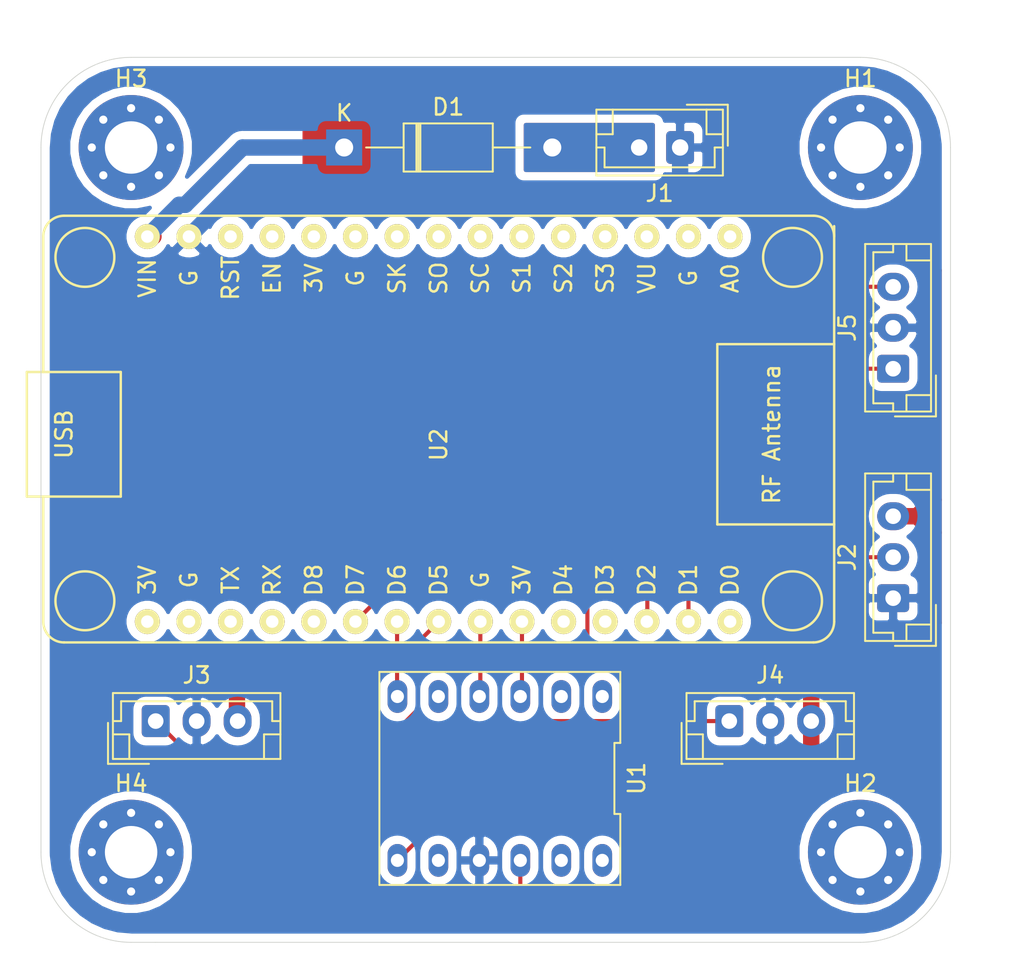
<source format=kicad_pcb>
(kicad_pcb (version 20171130) (host pcbnew 5.1.9-1.fc33)

  (general
    (thickness 1.6)
    (drawings 9)
    (tracks 71)
    (zones 0)
    (modules 12)
    (nets 43)
  )

  (page A4)
  (layers
    (0 F.Cu signal)
    (31 B.Cu signal)
    (35 F.Paste user)
    (37 F.SilkS user)
    (39 F.Mask user)
    (40 Dwgs.User user)
    (41 Cmts.User user)
    (42 Eco1.User user)
    (43 Eco2.User user)
    (44 Edge.Cuts user)
    (45 Margin user)
    (46 B.CrtYd user)
    (47 F.CrtYd user)
  )

  (setup
    (last_trace_width 1)
    (user_trace_width 0.5)
    (user_trace_width 1)
    (trace_clearance 0.2)
    (zone_clearance 0.508)
    (zone_45_only yes)
    (trace_min 0.2)
    (via_size 0.8)
    (via_drill 0.4)
    (via_min_size 0.4)
    (via_min_drill 0.3)
    (user_via 3 1.5)
    (uvia_size 0.3)
    (uvia_drill 0.1)
    (uvias_allowed no)
    (uvia_min_size 0.2)
    (uvia_min_drill 0.1)
    (edge_width 0.05)
    (segment_width 0.2)
    (pcb_text_width 0.3)
    (pcb_text_size 1.5 1.5)
    (mod_edge_width 0.12)
    (mod_text_size 1 1)
    (mod_text_width 0.15)
    (pad_size 2.2 2.2)
    (pad_drill 1.1)
    (pad_to_mask_clearance 0)
    (aux_axis_origin 0 0)
    (visible_elements FFFFFF7F)
    (pcbplotparams
      (layerselection 0x010fc_ffffffff)
      (usegerberextensions false)
      (usegerberattributes true)
      (usegerberadvancedattributes true)
      (creategerberjobfile true)
      (excludeedgelayer true)
      (linewidth 0.100000)
      (plotframeref false)
      (viasonmask false)
      (mode 1)
      (useauxorigin false)
      (hpglpennumber 1)
      (hpglpenspeed 20)
      (hpglpendiameter 15.000000)
      (psnegative false)
      (psa4output false)
      (plotreference true)
      (plotvalue true)
      (plotinvisibletext false)
      (padsonsilk false)
      (subtractmaskfromsilk false)
      (outputformat 1)
      (mirror false)
      (drillshape 1)
      (scaleselection 1)
      (outputdirectory ""))
  )

  (net 0 "")
  (net 1 "Net-(D1-Pad2)")
  (net 2 +5V)
  (net 3 GND)
  (net 4 PIR)
  (net 5 IR)
  (net 6 Motor)
  (net 7 PIN_IN)
  (net 8 PIN_OUT)
  (net 9 "Net-(U1-Pad6)")
  (net 10 "Net-(U1-Pad5)")
  (net 11 "Net-(U1-Pad8)")
  (net 12 "Net-(U1-Pad4)")
  (net 13 "Net-(U1-Pad3)")
  (net 14 "Net-(U1-Pad2)")
  (net 15 "Net-(U1-Pad11)")
  (net 16 "Net-(U1-Pad1)")
  (net 17 "Net-(U1-Pad12)")
  (net 18 "Net-(U2-Pad30)")
  (net 19 "Net-(U2-Pad27)")
  (net 20 "Net-(U2-Pad26)")
  (net 21 "Net-(U2-Pad20)")
  (net 22 "Net-(U2-Pad19)")
  (net 23 "Net-(U2-Pad18)")
  (net 24 "Net-(U2-Pad17)")
  (net 25 "Net-(U2-Pad16)")
  (net 26 "Net-(U2-Pad13)")
  (net 27 "Net-(U2-Pad12)")
  (net 28 "Net-(U2-Pad11)")
  (net 29 "Net-(U2-Pad10)")
  (net 30 "Net-(U2-Pad9)")
  (net 31 "Net-(U2-Pad8)")
  (net 32 "Net-(U2-Pad7)")
  (net 33 "Net-(U2-Pad6)")
  (net 34 "Net-(U2-Pad5)")
  (net 35 "Net-(U2-Pad4)")
  (net 36 "Net-(U2-Pad3)")
  (net 37 "Net-(U2-Pad2)")
  (net 38 "Net-(U2-Pad1)")
  (net 39 "Net-(H1-Pad1)")
  (net 40 "Net-(H2-Pad1)")
  (net 41 "Net-(H3-Pad1)")
  (net 42 "Net-(H4-Pad1)")

  (net_class Default "This is the default net class."
    (clearance 0.2)
    (trace_width 0.25)
    (via_dia 0.8)
    (via_drill 0.4)
    (uvia_dia 0.3)
    (uvia_drill 0.1)
    (add_net +5V)
    (add_net GND)
    (add_net IR)
    (add_net Motor)
    (add_net "Net-(D1-Pad2)")
    (add_net "Net-(H1-Pad1)")
    (add_net "Net-(H2-Pad1)")
    (add_net "Net-(H3-Pad1)")
    (add_net "Net-(H4-Pad1)")
    (add_net "Net-(U1-Pad1)")
    (add_net "Net-(U1-Pad11)")
    (add_net "Net-(U1-Pad12)")
    (add_net "Net-(U1-Pad2)")
    (add_net "Net-(U1-Pad3)")
    (add_net "Net-(U1-Pad4)")
    (add_net "Net-(U1-Pad5)")
    (add_net "Net-(U1-Pad6)")
    (add_net "Net-(U1-Pad8)")
    (add_net "Net-(U2-Pad1)")
    (add_net "Net-(U2-Pad10)")
    (add_net "Net-(U2-Pad11)")
    (add_net "Net-(U2-Pad12)")
    (add_net "Net-(U2-Pad13)")
    (add_net "Net-(U2-Pad16)")
    (add_net "Net-(U2-Pad17)")
    (add_net "Net-(U2-Pad18)")
    (add_net "Net-(U2-Pad19)")
    (add_net "Net-(U2-Pad2)")
    (add_net "Net-(U2-Pad20)")
    (add_net "Net-(U2-Pad26)")
    (add_net "Net-(U2-Pad27)")
    (add_net "Net-(U2-Pad3)")
    (add_net "Net-(U2-Pad30)")
    (add_net "Net-(U2-Pad4)")
    (add_net "Net-(U2-Pad5)")
    (add_net "Net-(U2-Pad6)")
    (add_net "Net-(U2-Pad7)")
    (add_net "Net-(U2-Pad8)")
    (add_net "Net-(U2-Pad9)")
    (add_net PIN_IN)
    (add_net PIN_OUT)
    (add_net PIR)
  )

  (module Connector_JST:JST_EH_B3B-EH-A_1x03_P2.50mm_Vertical (layer F.Cu) (tedit 5C28142C) (tstamp 6074368A)
    (at 77.04 74)
    (descr "JST EH series connector, B3B-EH-A (http://www.jst-mfg.com/product/pdf/eng/eEH.pdf), generated with kicad-footprint-generator")
    (tags "connector JST EH vertical")
    (path /605F7B6F)
    (fp_text reference J3 (at 2.5 -2.8) (layer F.SilkS)
      (effects (font (size 1 1) (thickness 0.15)))
    )
    (fp_text value "IR sensor" (at 2.5 3.4) (layer F.Fab)
      (effects (font (size 1 1) (thickness 0.15)))
    )
    (fp_text user %R (at 2.5 1.5) (layer F.Fab)
      (effects (font (size 1 1) (thickness 0.15)))
    )
    (fp_line (start -2.5 -1.6) (end -2.5 2.2) (layer F.Fab) (width 0.1))
    (fp_line (start -2.5 2.2) (end 7.5 2.2) (layer F.Fab) (width 0.1))
    (fp_line (start 7.5 2.2) (end 7.5 -1.6) (layer F.Fab) (width 0.1))
    (fp_line (start 7.5 -1.6) (end -2.5 -1.6) (layer F.Fab) (width 0.1))
    (fp_line (start -3 -2.1) (end -3 2.7) (layer F.CrtYd) (width 0.05))
    (fp_line (start -3 2.7) (end 8 2.7) (layer F.CrtYd) (width 0.05))
    (fp_line (start 8 2.7) (end 8 -2.1) (layer F.CrtYd) (width 0.05))
    (fp_line (start 8 -2.1) (end -3 -2.1) (layer F.CrtYd) (width 0.05))
    (fp_line (start -2.61 -1.71) (end -2.61 2.31) (layer F.SilkS) (width 0.12))
    (fp_line (start -2.61 2.31) (end 7.61 2.31) (layer F.SilkS) (width 0.12))
    (fp_line (start 7.61 2.31) (end 7.61 -1.71) (layer F.SilkS) (width 0.12))
    (fp_line (start 7.61 -1.71) (end -2.61 -1.71) (layer F.SilkS) (width 0.12))
    (fp_line (start -2.61 0) (end -2.11 0) (layer F.SilkS) (width 0.12))
    (fp_line (start -2.11 0) (end -2.11 -1.21) (layer F.SilkS) (width 0.12))
    (fp_line (start -2.11 -1.21) (end 7.11 -1.21) (layer F.SilkS) (width 0.12))
    (fp_line (start 7.11 -1.21) (end 7.11 0) (layer F.SilkS) (width 0.12))
    (fp_line (start 7.11 0) (end 7.61 0) (layer F.SilkS) (width 0.12))
    (fp_line (start -2.61 0.81) (end -1.61 0.81) (layer F.SilkS) (width 0.12))
    (fp_line (start -1.61 0.81) (end -1.61 2.31) (layer F.SilkS) (width 0.12))
    (fp_line (start 7.61 0.81) (end 6.61 0.81) (layer F.SilkS) (width 0.12))
    (fp_line (start 6.61 0.81) (end 6.61 2.31) (layer F.SilkS) (width 0.12))
    (fp_line (start -2.91 0.11) (end -2.91 2.61) (layer F.SilkS) (width 0.12))
    (fp_line (start -2.91 2.61) (end -0.41 2.61) (layer F.SilkS) (width 0.12))
    (fp_line (start -2.91 0.11) (end -2.91 2.61) (layer F.Fab) (width 0.1))
    (fp_line (start -2.91 2.61) (end -0.41 2.61) (layer F.Fab) (width 0.1))
    (pad 3 thru_hole oval (at 5 0) (size 1.7 1.95) (drill 0.95) (layers *.Cu *.Mask)
      (net 2 +5V))
    (pad 2 thru_hole oval (at 2.5 0) (size 1.7 1.95) (drill 0.95) (layers *.Cu *.Mask)
      (net 3 GND))
    (pad 1 thru_hole roundrect (at 0 0) (size 1.7 1.95) (drill 0.95) (layers *.Cu *.Mask) (roundrect_rratio 0.147059)
      (net 5 IR))
    (model ${KISYS3DMOD}/Connector_JST.3dshapes/JST_EH_B3B-EH-A_1x03_P2.50mm_Vertical.wrl
      (at (xyz 0 0 0))
      (scale (xyz 1 1 1))
      (rotate (xyz 0 0 0))
    )
  )

  (module MountingHole:MountingHole_3.2mm_M3_Pad_Via (layer F.Cu) (tedit 56DDBCCA) (tstamp 607460B4)
    (at 120.04 82)
    (descr "Mounting Hole 3.2mm, M3")
    (tags "mounting hole 3.2mm m3")
    (path /6077A825)
    (attr virtual)
    (fp_text reference H2 (at 0 -4.2) (layer F.SilkS)
      (effects (font (size 1 1) (thickness 0.15)))
    )
    (fp_text value MountingHole_Pad (at 0 4.2) (layer F.Fab)
      (effects (font (size 1 1) (thickness 0.15)))
    )
    (fp_text user %R (at 0.3 0) (layer F.Fab)
      (effects (font (size 1 1) (thickness 0.15)))
    )
    (fp_circle (center 0 0) (end 3.2 0) (layer Cmts.User) (width 0.15))
    (fp_circle (center 0 0) (end 3.45 0) (layer F.CrtYd) (width 0.05))
    (pad 1 thru_hole circle (at 1.697056 -1.697056) (size 0.8 0.8) (drill 0.5) (layers *.Cu *.Mask)
      (net 40 "Net-(H2-Pad1)"))
    (pad 1 thru_hole circle (at 0 -2.4) (size 0.8 0.8) (drill 0.5) (layers *.Cu *.Mask)
      (net 40 "Net-(H2-Pad1)"))
    (pad 1 thru_hole circle (at -1.697056 -1.697056) (size 0.8 0.8) (drill 0.5) (layers *.Cu *.Mask)
      (net 40 "Net-(H2-Pad1)"))
    (pad 1 thru_hole circle (at -2.4 0) (size 0.8 0.8) (drill 0.5) (layers *.Cu *.Mask)
      (net 40 "Net-(H2-Pad1)"))
    (pad 1 thru_hole circle (at -1.697056 1.697056) (size 0.8 0.8) (drill 0.5) (layers *.Cu *.Mask)
      (net 40 "Net-(H2-Pad1)"))
    (pad 1 thru_hole circle (at 0 2.4) (size 0.8 0.8) (drill 0.5) (layers *.Cu *.Mask)
      (net 40 "Net-(H2-Pad1)"))
    (pad 1 thru_hole circle (at 1.697056 1.697056) (size 0.8 0.8) (drill 0.5) (layers *.Cu *.Mask)
      (net 40 "Net-(H2-Pad1)"))
    (pad 1 thru_hole circle (at 2.4 0) (size 0.8 0.8) (drill 0.5) (layers *.Cu *.Mask)
      (net 40 "Net-(H2-Pad1)"))
    (pad 1 thru_hole circle (at 0 0) (size 6.4 6.4) (drill 3.2) (layers *.Cu *.Mask)
      (net 40 "Net-(H2-Pad1)"))
  )

  (module Connector_JST:JST_EH_B2B-EH-A_1x02_P2.50mm_Vertical (layer F.Cu) (tedit 5C28142C) (tstamp 60743648)
    (at 109.04 39 180)
    (descr "JST EH series connector, B2B-EH-A (http://www.jst-mfg.com/product/pdf/eng/eEH.pdf), generated with kicad-footprint-generator")
    (tags "connector JST EH vertical")
    (path /6060FAA9)
    (fp_text reference J1 (at 1.25 -2.8) (layer F.SilkS)
      (effects (font (size 1 1) (thickness 0.15)))
    )
    (fp_text value "POWER " (at 1.25 3.4) (layer F.Fab)
      (effects (font (size 1 1) (thickness 0.15)))
    )
    (fp_text user %R (at 1.25 1.5) (layer F.Fab)
      (effects (font (size 1 1) (thickness 0.15)))
    )
    (fp_line (start -2.5 -1.6) (end -2.5 2.2) (layer F.Fab) (width 0.1))
    (fp_line (start -2.5 2.2) (end 5 2.2) (layer F.Fab) (width 0.1))
    (fp_line (start 5 2.2) (end 5 -1.6) (layer F.Fab) (width 0.1))
    (fp_line (start 5 -1.6) (end -2.5 -1.6) (layer F.Fab) (width 0.1))
    (fp_line (start -3 -2.1) (end -3 2.7) (layer F.CrtYd) (width 0.05))
    (fp_line (start -3 2.7) (end 5.5 2.7) (layer F.CrtYd) (width 0.05))
    (fp_line (start 5.5 2.7) (end 5.5 -2.1) (layer F.CrtYd) (width 0.05))
    (fp_line (start 5.5 -2.1) (end -3 -2.1) (layer F.CrtYd) (width 0.05))
    (fp_line (start -2.61 -1.71) (end -2.61 2.31) (layer F.SilkS) (width 0.12))
    (fp_line (start -2.61 2.31) (end 5.11 2.31) (layer F.SilkS) (width 0.12))
    (fp_line (start 5.11 2.31) (end 5.11 -1.71) (layer F.SilkS) (width 0.12))
    (fp_line (start 5.11 -1.71) (end -2.61 -1.71) (layer F.SilkS) (width 0.12))
    (fp_line (start -2.61 0) (end -2.11 0) (layer F.SilkS) (width 0.12))
    (fp_line (start -2.11 0) (end -2.11 -1.21) (layer F.SilkS) (width 0.12))
    (fp_line (start -2.11 -1.21) (end 4.61 -1.21) (layer F.SilkS) (width 0.12))
    (fp_line (start 4.61 -1.21) (end 4.61 0) (layer F.SilkS) (width 0.12))
    (fp_line (start 4.61 0) (end 5.11 0) (layer F.SilkS) (width 0.12))
    (fp_line (start -2.61 0.81) (end -1.61 0.81) (layer F.SilkS) (width 0.12))
    (fp_line (start -1.61 0.81) (end -1.61 2.31) (layer F.SilkS) (width 0.12))
    (fp_line (start 5.11 0.81) (end 4.11 0.81) (layer F.SilkS) (width 0.12))
    (fp_line (start 4.11 0.81) (end 4.11 2.31) (layer F.SilkS) (width 0.12))
    (fp_line (start -2.91 0.11) (end -2.91 2.61) (layer F.SilkS) (width 0.12))
    (fp_line (start -2.91 2.61) (end -0.41 2.61) (layer F.SilkS) (width 0.12))
    (fp_line (start -2.91 0.11) (end -2.91 2.61) (layer F.Fab) (width 0.1))
    (fp_line (start -2.91 2.61) (end -0.41 2.61) (layer F.Fab) (width 0.1))
    (pad 2 thru_hole oval (at 2.5 0 180) (size 1.7 2) (drill 1) (layers *.Cu *.Mask)
      (net 1 "Net-(D1-Pad2)"))
    (pad 1 thru_hole roundrect (at 0 0 180) (size 1.7 2) (drill 1) (layers *.Cu *.Mask) (roundrect_rratio 0.147059)
      (net 3 GND))
    (model ${KISYS3DMOD}/Connector_JST.3dshapes/JST_EH_B2B-EH-A_1x02_P2.50mm_Vertical.wrl
      (at (xyz 0 0 0))
      (scale (xyz 1 1 1))
      (rotate (xyz 0 0 0))
    )
  )

  (module Diode_THT:D_DO-41_SOD81_P12.70mm_Horizontal (layer F.Cu) (tedit 607357C1) (tstamp 60743628)
    (at 88.54 39)
    (descr "Diode, DO-41_SOD81 series, Axial, Horizontal, pin pitch=12.7mm, , length*diameter=5.2*2.7mm^2, , http://www.diodes.com/_files/packages/DO-41%20(Plastic).pdf")
    (tags "Diode DO-41_SOD81 series Axial Horizontal pin pitch 12.7mm  length 5.2mm diameter 2.7mm")
    (path /605F67F1)
    (fp_text reference D1 (at 6.35 -2.47) (layer F.SilkS)
      (effects (font (size 1 1) (thickness 0.15)))
    )
    (fp_text value D (at 6.35 2.47) (layer F.Fab)
      (effects (font (size 1 1) (thickness 0.15)))
    )
    (fp_text user K (at 0 -2.1) (layer F.SilkS)
      (effects (font (size 1 1) (thickness 0.15)))
    )
    (fp_text user K (at 0 -2.1) (layer F.Fab)
      (effects (font (size 1 1) (thickness 0.15)))
    )
    (fp_text user %R (at 6.74 0) (layer F.Fab)
      (effects (font (size 1 1) (thickness 0.15)))
    )
    (fp_line (start 3.75 -1.35) (end 3.75 1.35) (layer F.Fab) (width 0.1))
    (fp_line (start 3.75 1.35) (end 8.95 1.35) (layer F.Fab) (width 0.1))
    (fp_line (start 8.95 1.35) (end 8.95 -1.35) (layer F.Fab) (width 0.1))
    (fp_line (start 8.95 -1.35) (end 3.75 -1.35) (layer F.Fab) (width 0.1))
    (fp_line (start 0 0) (end 3.75 0) (layer F.Fab) (width 0.1))
    (fp_line (start 12.7 0) (end 8.95 0) (layer F.Fab) (width 0.1))
    (fp_line (start 4.53 -1.35) (end 4.53 1.35) (layer F.Fab) (width 0.1))
    (fp_line (start 4.63 -1.35) (end 4.63 1.35) (layer F.Fab) (width 0.1))
    (fp_line (start 4.43 -1.35) (end 4.43 1.35) (layer F.Fab) (width 0.1))
    (fp_line (start 3.63 -1.47) (end 3.63 1.47) (layer F.SilkS) (width 0.12))
    (fp_line (start 3.63 1.47) (end 9.07 1.47) (layer F.SilkS) (width 0.12))
    (fp_line (start 9.07 1.47) (end 9.07 -1.47) (layer F.SilkS) (width 0.12))
    (fp_line (start 9.07 -1.47) (end 3.63 -1.47) (layer F.SilkS) (width 0.12))
    (fp_line (start 1.34 0) (end 3.63 0) (layer F.SilkS) (width 0.12))
    (fp_line (start 11.36 0) (end 9.07 0) (layer F.SilkS) (width 0.12))
    (fp_line (start 4.53 -1.47) (end 4.53 1.47) (layer F.SilkS) (width 0.12))
    (fp_line (start 4.65 -1.47) (end 4.65 1.47) (layer F.SilkS) (width 0.12))
    (fp_line (start 4.41 -1.47) (end 4.41 1.47) (layer F.SilkS) (width 0.12))
    (fp_line (start -1.35 -1.6) (end -1.35 1.6) (layer F.CrtYd) (width 0.05))
    (fp_line (start -1.35 1.6) (end 14.05 1.6) (layer F.CrtYd) (width 0.05))
    (fp_line (start 14.05 1.6) (end 14.05 -1.6) (layer F.CrtYd) (width 0.05))
    (fp_line (start 14.05 -1.6) (end -1.35 -1.6) (layer F.CrtYd) (width 0.05))
    (pad 2 thru_hole oval (at 12.7 0) (size 2.2 2.2) (drill 1.1) (layers *.Cu *.Mask)
      (net 1 "Net-(D1-Pad2)") (thermal_width 1.5) (thermal_gap 1))
    (pad 1 thru_hole rect (at 0 0) (size 2.2 2.2) (drill 1.1) (layers *.Cu *.Mask)
      (net 2 +5V))
    (model ${KISYS3DMOD}/Diode_THT.3dshapes/D_DO-41_SOD81_P12.70mm_Horizontal.wrl
      (at (xyz 0 0 0))
      (scale (xyz 1 1 1))
      (rotate (xyz 0 0 0))
    )
  )

  (module MountingHole:MountingHole_3.2mm_M3_Pad_Via (layer F.Cu) (tedit 56DDBCCA) (tstamp 607460A4)
    (at 120.04 39)
    (descr "Mounting Hole 3.2mm, M3")
    (tags "mounting hole 3.2mm m3")
    (path /60779A66)
    (attr virtual)
    (fp_text reference H1 (at 0 -4.2) (layer F.SilkS)
      (effects (font (size 1 1) (thickness 0.15)))
    )
    (fp_text value MountingHole_Pad (at 0 4.2) (layer F.Fab)
      (effects (font (size 1 1) (thickness 0.15)))
    )
    (fp_text user %R (at 0.3 0) (layer F.Fab)
      (effects (font (size 1 1) (thickness 0.15)))
    )
    (fp_circle (center 0 0) (end 3.2 0) (layer Cmts.User) (width 0.15))
    (fp_circle (center 0 0) (end 3.45 0) (layer F.CrtYd) (width 0.05))
    (pad 1 thru_hole circle (at 1.697056 -1.697056) (size 0.8 0.8) (drill 0.5) (layers *.Cu *.Mask)
      (net 39 "Net-(H1-Pad1)"))
    (pad 1 thru_hole circle (at 0 -2.4) (size 0.8 0.8) (drill 0.5) (layers *.Cu *.Mask)
      (net 39 "Net-(H1-Pad1)"))
    (pad 1 thru_hole circle (at -1.697056 -1.697056) (size 0.8 0.8) (drill 0.5) (layers *.Cu *.Mask)
      (net 39 "Net-(H1-Pad1)"))
    (pad 1 thru_hole circle (at -2.4 0) (size 0.8 0.8) (drill 0.5) (layers *.Cu *.Mask)
      (net 39 "Net-(H1-Pad1)"))
    (pad 1 thru_hole circle (at -1.697056 1.697056) (size 0.8 0.8) (drill 0.5) (layers *.Cu *.Mask)
      (net 39 "Net-(H1-Pad1)"))
    (pad 1 thru_hole circle (at 0 2.4) (size 0.8 0.8) (drill 0.5) (layers *.Cu *.Mask)
      (net 39 "Net-(H1-Pad1)"))
    (pad 1 thru_hole circle (at 1.697056 1.697056) (size 0.8 0.8) (drill 0.5) (layers *.Cu *.Mask)
      (net 39 "Net-(H1-Pad1)"))
    (pad 1 thru_hole circle (at 2.4 0) (size 0.8 0.8) (drill 0.5) (layers *.Cu *.Mask)
      (net 39 "Net-(H1-Pad1)"))
    (pad 1 thru_hole circle (at 0 0) (size 6.4 6.4) (drill 3.2) (layers *.Cu *.Mask)
      (net 39 "Net-(H1-Pad1)"))
  )

  (module Connector_JST:JST_EH_B3B-EH-A_1x03_P2.50mm_Vertical (layer F.Cu) (tedit 5C28142C) (tstamp 607436AB)
    (at 112.04 74)
    (descr "JST EH series connector, B3B-EH-A (http://www.jst-mfg.com/product/pdf/eng/eEH.pdf), generated with kicad-footprint-generator")
    (tags "connector JST EH vertical")
    (path /605F81A9)
    (fp_text reference J4 (at 2.5 -2.8) (layer F.SilkS)
      (effects (font (size 1 1) (thickness 0.15)))
    )
    (fp_text value "Servo motor" (at 2.5 3.4) (layer F.Fab)
      (effects (font (size 1 1) (thickness 0.15)))
    )
    (fp_text user %R (at 2.5 1.5) (layer F.Fab)
      (effects (font (size 1 1) (thickness 0.15)))
    )
    (fp_line (start -2.5 -1.6) (end -2.5 2.2) (layer F.Fab) (width 0.1))
    (fp_line (start -2.5 2.2) (end 7.5 2.2) (layer F.Fab) (width 0.1))
    (fp_line (start 7.5 2.2) (end 7.5 -1.6) (layer F.Fab) (width 0.1))
    (fp_line (start 7.5 -1.6) (end -2.5 -1.6) (layer F.Fab) (width 0.1))
    (fp_line (start -3 -2.1) (end -3 2.7) (layer F.CrtYd) (width 0.05))
    (fp_line (start -3 2.7) (end 8 2.7) (layer F.CrtYd) (width 0.05))
    (fp_line (start 8 2.7) (end 8 -2.1) (layer F.CrtYd) (width 0.05))
    (fp_line (start 8 -2.1) (end -3 -2.1) (layer F.CrtYd) (width 0.05))
    (fp_line (start -2.61 -1.71) (end -2.61 2.31) (layer F.SilkS) (width 0.12))
    (fp_line (start -2.61 2.31) (end 7.61 2.31) (layer F.SilkS) (width 0.12))
    (fp_line (start 7.61 2.31) (end 7.61 -1.71) (layer F.SilkS) (width 0.12))
    (fp_line (start 7.61 -1.71) (end -2.61 -1.71) (layer F.SilkS) (width 0.12))
    (fp_line (start -2.61 0) (end -2.11 0) (layer F.SilkS) (width 0.12))
    (fp_line (start -2.11 0) (end -2.11 -1.21) (layer F.SilkS) (width 0.12))
    (fp_line (start -2.11 -1.21) (end 7.11 -1.21) (layer F.SilkS) (width 0.12))
    (fp_line (start 7.11 -1.21) (end 7.11 0) (layer F.SilkS) (width 0.12))
    (fp_line (start 7.11 0) (end 7.61 0) (layer F.SilkS) (width 0.12))
    (fp_line (start -2.61 0.81) (end -1.61 0.81) (layer F.SilkS) (width 0.12))
    (fp_line (start -1.61 0.81) (end -1.61 2.31) (layer F.SilkS) (width 0.12))
    (fp_line (start 7.61 0.81) (end 6.61 0.81) (layer F.SilkS) (width 0.12))
    (fp_line (start 6.61 0.81) (end 6.61 2.31) (layer F.SilkS) (width 0.12))
    (fp_line (start -2.91 0.11) (end -2.91 2.61) (layer F.SilkS) (width 0.12))
    (fp_line (start -2.91 2.61) (end -0.41 2.61) (layer F.SilkS) (width 0.12))
    (fp_line (start -2.91 0.11) (end -2.91 2.61) (layer F.Fab) (width 0.1))
    (fp_line (start -2.91 2.61) (end -0.41 2.61) (layer F.Fab) (width 0.1))
    (pad 3 thru_hole oval (at 5 0) (size 1.7 1.95) (drill 0.95) (layers *.Cu *.Mask)
      (net 2 +5V))
    (pad 2 thru_hole oval (at 2.5 0) (size 1.7 1.95) (drill 0.95) (layers *.Cu *.Mask)
      (net 3 GND))
    (pad 1 thru_hole roundrect (at 0 0) (size 1.7 1.95) (drill 0.95) (layers *.Cu *.Mask) (roundrect_rratio 0.147059)
      (net 6 Motor))
    (model ${KISYS3DMOD}/Connector_JST.3dshapes/JST_EH_B3B-EH-A_1x03_P2.50mm_Vertical.wrl
      (at (xyz 0 0 0))
      (scale (xyz 1 1 1))
      (rotate (xyz 0 0 0))
    )
  )

  (module ESP8266:ESP12F-Devkit-V3 (layer F.Cu) (tedit 5B8C418D) (tstamp 60746FEA)
    (at 93.04 56.5 270)
    (path /605DF9BB)
    (fp_text reference U2 (at 0.635 -1.27 90) (layer F.SilkS)
      (effects (font (size 1 1) (thickness 0.15)))
    )
    (fp_text value "NodeMCU_1.0_(ESP-12E)" (at 0 -6.35 90) (layer F.Fab)
      (effects (font (size 1 1) (thickness 0.15)))
    )
    (fp_text user D0 (at 8.89 -19.05 90) (layer F.SilkS)
      (effects (font (size 1 1) (thickness 0.15)))
    )
    (fp_text user D1 (at 8.89 -16.51 90) (layer F.SilkS)
      (effects (font (size 1 1) (thickness 0.15)))
    )
    (fp_text user D2 (at 8.89 -13.97 90) (layer F.SilkS)
      (effects (font (size 1 1) (thickness 0.15)))
    )
    (fp_text user D3 (at 8.89 -11.43 90) (layer F.SilkS)
      (effects (font (size 1 1) (thickness 0.15)))
    )
    (fp_text user D4 (at 8.89 -8.89 90) (layer F.SilkS)
      (effects (font (size 1 1) (thickness 0.15)))
    )
    (fp_text user 3V (at 8.89 -6.35 90) (layer F.SilkS)
      (effects (font (size 1 1) (thickness 0.15)))
    )
    (fp_text user G (at 8.89 -3.81 90) (layer F.SilkS)
      (effects (font (size 1 1) (thickness 0.15)))
    )
    (fp_text user D5 (at 8.89 -1.27 90) (layer F.SilkS)
      (effects (font (size 1 1) (thickness 0.15)))
    )
    (fp_text user D6 (at 8.89 1.27 90) (layer F.SilkS)
      (effects (font (size 1 1) (thickness 0.15)))
    )
    (fp_text user D7 (at 8.89 3.81 90) (layer F.SilkS)
      (effects (font (size 1 1) (thickness 0.15)))
    )
    (fp_text user D8 (at 8.89 6.35 90) (layer F.SilkS)
      (effects (font (size 1 1) (thickness 0.15)))
    )
    (fp_text user RX (at 8.89 8.89 90) (layer F.SilkS)
      (effects (font (size 1 1) (thickness 0.15)))
    )
    (fp_text user TX (at 8.89 11.43 90) (layer F.SilkS)
      (effects (font (size 1 1) (thickness 0.15)))
    )
    (fp_text user G (at 8.89 13.97 90) (layer F.SilkS)
      (effects (font (size 1 1) (thickness 0.15)))
    )
    (fp_text user 3V (at 8.89 16.51 90) (layer F.SilkS)
      (effects (font (size 1 1) (thickness 0.15)))
    )
    (fp_text user A0 (at -9.525 -19.05 90) (layer F.SilkS)
      (effects (font (size 1 1) (thickness 0.15)))
    )
    (fp_text user G (at -9.525 -16.51 90) (layer F.SilkS)
      (effects (font (size 1 1) (thickness 0.15)))
    )
    (fp_text user VU (at -9.525 -13.97 90) (layer F.SilkS)
      (effects (font (size 1 1) (thickness 0.15)))
    )
    (fp_text user S3 (at -9.525 -11.43 90) (layer F.SilkS)
      (effects (font (size 1 1) (thickness 0.15)))
    )
    (fp_text user S2 (at -9.525 -8.89 90) (layer F.SilkS)
      (effects (font (size 1 1) (thickness 0.15)))
    )
    (fp_text user S1 (at -9.525 -6.35 90) (layer F.SilkS)
      (effects (font (size 1 1) (thickness 0.15)))
    )
    (fp_text user SC (at -9.525 -3.81 90) (layer F.SilkS)
      (effects (font (size 1 1) (thickness 0.15)))
    )
    (fp_text user SO (at -9.525 -1.27 90) (layer F.SilkS)
      (effects (font (size 1 1) (thickness 0.15)))
    )
    (fp_text user SK (at -9.525 1.27 90) (layer F.SilkS)
      (effects (font (size 1 1) (thickness 0.15)))
    )
    (fp_text user G (at -9.525 3.81 90) (layer F.SilkS)
      (effects (font (size 1 1) (thickness 0.15)))
    )
    (fp_text user 3V (at -9.525 6.35 90) (layer F.SilkS)
      (effects (font (size 1 1) (thickness 0.15)))
    )
    (fp_text user EN (at -9.525 8.89 90) (layer F.SilkS)
      (effects (font (size 1 1) (thickness 0.15)))
    )
    (fp_text user RST (at -9.525 11.43 90) (layer F.SilkS)
      (effects (font (size 1 1) (thickness 0.15)))
    )
    (fp_text user G (at -9.525 13.97 90) (layer F.SilkS)
      (effects (font (size 1 1) (thickness 0.15)))
    )
    (fp_text user VIN (at -9.525 16.51 90) (layer F.SilkS)
      (effects (font (size 1 1) (thickness 0.15)))
    )
    (fp_arc (start -12.065 21.59) (end -12.065 22.86) (angle 90) (layer F.SilkS) (width 0.15))
    (fp_arc (start 11.43 21.59) (end 12.7 21.59) (angle 90) (layer F.SilkS) (width 0.15))
    (fp_arc (start 11.43 -24.13) (end 11.43 -25.4) (angle 90) (layer F.SilkS) (width 0.15))
    (fp_arc (start -12.065 -24.13) (end -13.335 -24.13) (angle 90) (layer F.SilkS) (width 0.15))
    (fp_text user "RF Antenna" (at 0 -21.59 90) (layer F.SilkS)
      (effects (font (size 1 1) (thickness 0.15)))
    )
    (fp_text user USB (at 0 21.59 90) (layer F.SilkS)
      (effects (font (size 1 1) (thickness 0.15)))
    )
    (fp_line (start 11.43 22.86) (end 3.81 22.86) (layer F.SilkS) (width 0.15))
    (fp_line (start 5.5 -18.27) (end -5.5 -18.27) (layer F.SilkS) (width 0.15))
    (fp_line (start 5.5 -25.4) (end 5.5 -18.27) (layer F.SilkS) (width 0.15))
    (fp_line (start -5.5 -18.27) (end -5.5 -25.4) (layer F.SilkS) (width 0.15))
    (fp_line (start -3.8 23.86) (end -3.8 18.13) (layer F.SilkS) (width 0.15))
    (fp_line (start -3.8 18.13) (end 3.8 18.13) (layer F.SilkS) (width 0.15))
    (fp_line (start 3.8 18.13) (end 3.8 23.86) (layer F.SilkS) (width 0.15))
    (fp_line (start 3.8 23.86) (end -3.8 23.86) (layer F.SilkS) (width 0.15))
    (fp_line (start 12.7 -24.13) (end 12.7 21.59) (layer F.SilkS) (width 0.15))
    (fp_line (start -13.335 -24.13) (end -13.335 21.59) (layer F.SilkS) (width 0.15))
    (fp_line (start -3.81 22.86) (end -12.065 22.86) (layer F.SilkS) (width 0.15))
    (fp_circle (center 10.16 20.32) (end 11.43 19.05) (layer F.SilkS) (width 0.15))
    (fp_circle (center -10.795 20.32) (end -9.525 19.05) (layer F.SilkS) (width 0.15))
    (fp_circle (center -10.795 -22.86) (end -9.525 -24.13) (layer F.SilkS) (width 0.15))
    (fp_circle (center 10.16 -22.86) (end 11.43 -24.13) (layer F.SilkS) (width 0.15))
    (fp_line (start 11.43 -25.4) (end -12.7 -25.4) (layer F.SilkS) (width 0.15))
    (pad 30 thru_hole circle (at 11.43 -19.05 270) (size 1.524 1.524) (drill 0.762) (layers *.Cu *.Mask F.SilkS)
      (net 18 "Net-(U2-Pad30)"))
    (pad 29 thru_hole circle (at 11.43 -16.51 270) (size 1.524 1.524) (drill 0.762) (layers *.Cu *.Mask F.SilkS)
      (net 8 PIN_OUT))
    (pad 28 thru_hole circle (at 11.43 -13.97 270) (size 1.524 1.524) (drill 0.762) (layers *.Cu *.Mask F.SilkS)
      (net 7 PIN_IN))
    (pad 27 thru_hole circle (at 11.43 -11.43 270) (size 1.524 1.524) (drill 0.762) (layers *.Cu *.Mask F.SilkS)
      (net 19 "Net-(U2-Pad27)"))
    (pad 26 thru_hole circle (at 11.43 -8.89 270) (size 1.524 1.524) (drill 0.762) (layers *.Cu *.Mask F.SilkS)
      (net 20 "Net-(U2-Pad26)"))
    (pad 25 thru_hole circle (at 11.43 -6.35 270) (size 1.524 1.524) (drill 0.762) (layers *.Cu *.Mask F.SilkS)
      (net 13 "Net-(U1-Pad3)"))
    (pad 24 thru_hole circle (at 11.43 -3.81 270) (size 1.524 1.524) (drill 0.762) (layers *.Cu *.Mask F.SilkS)
      (net 12 "Net-(U1-Pad4)"))
    (pad 23 thru_hole circle (at 11.43 -1.27 270) (size 1.524 1.524) (drill 0.762) (layers *.Cu *.Mask F.SilkS)
      (net 5 IR))
    (pad 22 thru_hole circle (at 11.43 1.27 270) (size 1.524 1.524) (drill 0.762) (layers *.Cu *.Mask F.SilkS)
      (net 9 "Net-(U1-Pad6)"))
    (pad 21 thru_hole circle (at 11.43 3.81 270) (size 1.524 1.524) (drill 0.762) (layers *.Cu *.Mask F.SilkS)
      (net 4 PIR))
    (pad 20 thru_hole circle (at 11.43 6.35 270) (size 1.524 1.524) (drill 0.762) (layers *.Cu *.Mask F.SilkS)
      (net 21 "Net-(U2-Pad20)"))
    (pad 19 thru_hole circle (at 11.43 8.89 270) (size 1.524 1.524) (drill 0.762) (layers *.Cu *.Mask F.SilkS)
      (net 22 "Net-(U2-Pad19)"))
    (pad 18 thru_hole circle (at 11.43 11.43 270) (size 1.524 1.524) (drill 0.762) (layers *.Cu *.Mask F.SilkS)
      (net 23 "Net-(U2-Pad18)"))
    (pad 17 thru_hole circle (at 11.43 13.97 270) (size 1.524 1.524) (drill 0.762) (layers *.Cu *.Mask F.SilkS)
      (net 24 "Net-(U2-Pad17)"))
    (pad 16 thru_hole circle (at 11.43 16.51 270) (size 1.524 1.524) (drill 0.762) (layers *.Cu *.Mask F.SilkS)
      (net 25 "Net-(U2-Pad16)"))
    (pad 15 thru_hole circle (at -12.065 16.51 270) (size 1.524 1.524) (drill 0.762) (layers *.Cu *.Mask F.SilkS)
      (net 2 +5V))
    (pad 14 thru_hole circle (at -12.065 13.97 270) (size 1.524 1.524) (drill 0.762) (layers *.Cu *.Mask F.SilkS)
      (net 3 GND))
    (pad 13 thru_hole circle (at -12.065 11.43 270) (size 1.524 1.524) (drill 0.762) (layers *.Cu *.Mask F.SilkS)
      (net 26 "Net-(U2-Pad13)"))
    (pad 12 thru_hole circle (at -12.065 8.89 270) (size 1.524 1.524) (drill 0.762) (layers *.Cu *.Mask F.SilkS)
      (net 27 "Net-(U2-Pad12)"))
    (pad 11 thru_hole circle (at -12.065 6.35 270) (size 1.524 1.524) (drill 0.762) (layers *.Cu *.Mask F.SilkS)
      (net 28 "Net-(U2-Pad11)"))
    (pad 10 thru_hole circle (at -12.065 3.81 270) (size 1.524 1.524) (drill 0.762) (layers *.Cu *.Mask F.SilkS)
      (net 29 "Net-(U2-Pad10)"))
    (pad 9 thru_hole circle (at -12.065 1.27 270) (size 1.524 1.524) (drill 0.762) (layers *.Cu *.Mask F.SilkS)
      (net 30 "Net-(U2-Pad9)"))
    (pad 8 thru_hole circle (at -12.065 -1.27 270) (size 1.524 1.524) (drill 0.762) (layers *.Cu *.Mask F.SilkS)
      (net 31 "Net-(U2-Pad8)"))
    (pad 7 thru_hole circle (at -12.065 -3.81 270) (size 1.524 1.524) (drill 0.762) (layers *.Cu *.Mask F.SilkS)
      (net 32 "Net-(U2-Pad7)"))
    (pad 6 thru_hole circle (at -12.065 -6.35 270) (size 1.524 1.524) (drill 0.762) (layers *.Cu *.Mask F.SilkS)
      (net 33 "Net-(U2-Pad6)"))
    (pad 5 thru_hole circle (at -12.065 -8.89 270) (size 1.524 1.524) (drill 0.762) (layers *.Cu *.Mask F.SilkS)
      (net 34 "Net-(U2-Pad5)"))
    (pad 4 thru_hole circle (at -12.065 -11.43 270) (size 1.524 1.524) (drill 0.762) (layers *.Cu *.Mask F.SilkS)
      (net 35 "Net-(U2-Pad4)"))
    (pad 3 thru_hole circle (at -12.065 -13.97 270) (size 1.524 1.524) (drill 0.762) (layers *.Cu *.Mask F.SilkS)
      (net 36 "Net-(U2-Pad3)"))
    (pad 2 thru_hole circle (at -12.065 -16.51 270) (size 1.524 1.524) (drill 0.762) (layers *.Cu *.Mask F.SilkS)
      (net 37 "Net-(U2-Pad2)"))
    (pad 1 thru_hole circle (at -12.065 -19.05 270) (size 1.524 1.524) (drill 0.762) (layers *.Cu *.Mask F.SilkS)
      (net 38 "Net-(U2-Pad1)"))
  )

  (module Connector_JST:JST_EH_B3B-EH-A_1x03_P2.50mm_Vertical (layer F.Cu) (tedit 5C28142C) (tstamp 60745AD2)
    (at 122.04 52.5 90)
    (descr "JST EH series connector, B3B-EH-A (http://www.jst-mfg.com/product/pdf/eng/eEH.pdf), generated with kicad-footprint-generator")
    (tags "connector JST EH vertical")
    (path /6062B731)
    (fp_text reference J5 (at 2.5 -2.8 90) (layer F.SilkS)
      (effects (font (size 1 1) (thickness 0.15)))
    )
    (fp_text value "Descrete sensor of SWORD block pin state" (at 2.5 3.4 90) (layer F.Fab)
      (effects (font (size 1 1) (thickness 0.15)))
    )
    (fp_text user %R (at 2.5 1.5 90) (layer F.Fab)
      (effects (font (size 1 1) (thickness 0.15)))
    )
    (fp_line (start -2.5 -1.6) (end -2.5 2.2) (layer F.Fab) (width 0.1))
    (fp_line (start -2.5 2.2) (end 7.5 2.2) (layer F.Fab) (width 0.1))
    (fp_line (start 7.5 2.2) (end 7.5 -1.6) (layer F.Fab) (width 0.1))
    (fp_line (start 7.5 -1.6) (end -2.5 -1.6) (layer F.Fab) (width 0.1))
    (fp_line (start -3 -2.1) (end -3 2.7) (layer F.CrtYd) (width 0.05))
    (fp_line (start -3 2.7) (end 8 2.7) (layer F.CrtYd) (width 0.05))
    (fp_line (start 8 2.7) (end 8 -2.1) (layer F.CrtYd) (width 0.05))
    (fp_line (start 8 -2.1) (end -3 -2.1) (layer F.CrtYd) (width 0.05))
    (fp_line (start -2.61 -1.71) (end -2.61 2.31) (layer F.SilkS) (width 0.12))
    (fp_line (start -2.61 2.31) (end 7.61 2.31) (layer F.SilkS) (width 0.12))
    (fp_line (start 7.61 2.31) (end 7.61 -1.71) (layer F.SilkS) (width 0.12))
    (fp_line (start 7.61 -1.71) (end -2.61 -1.71) (layer F.SilkS) (width 0.12))
    (fp_line (start -2.61 0) (end -2.11 0) (layer F.SilkS) (width 0.12))
    (fp_line (start -2.11 0) (end -2.11 -1.21) (layer F.SilkS) (width 0.12))
    (fp_line (start -2.11 -1.21) (end 7.11 -1.21) (layer F.SilkS) (width 0.12))
    (fp_line (start 7.11 -1.21) (end 7.11 0) (layer F.SilkS) (width 0.12))
    (fp_line (start 7.11 0) (end 7.61 0) (layer F.SilkS) (width 0.12))
    (fp_line (start -2.61 0.81) (end -1.61 0.81) (layer F.SilkS) (width 0.12))
    (fp_line (start -1.61 0.81) (end -1.61 2.31) (layer F.SilkS) (width 0.12))
    (fp_line (start 7.61 0.81) (end 6.61 0.81) (layer F.SilkS) (width 0.12))
    (fp_line (start 6.61 0.81) (end 6.61 2.31) (layer F.SilkS) (width 0.12))
    (fp_line (start -2.91 0.11) (end -2.91 2.61) (layer F.SilkS) (width 0.12))
    (fp_line (start -2.91 2.61) (end -0.41 2.61) (layer F.SilkS) (width 0.12))
    (fp_line (start -2.91 0.11) (end -2.91 2.61) (layer F.Fab) (width 0.1))
    (fp_line (start -2.91 2.61) (end -0.41 2.61) (layer F.Fab) (width 0.1))
    (pad 3 thru_hole oval (at 5 0 90) (size 1.7 1.95) (drill 0.95) (layers *.Cu *.Mask)
      (net 7 PIN_IN))
    (pad 2 thru_hole oval (at 2.5 0 90) (size 1.7 1.95) (drill 0.95) (layers *.Cu *.Mask)
      (net 3 GND))
    (pad 1 thru_hole roundrect (at 0 0 90) (size 1.7 1.95) (drill 0.95) (layers *.Cu *.Mask) (roundrect_rratio 0.147059)
      (net 8 PIN_OUT))
    (model ${KISYS3DMOD}/Connector_JST.3dshapes/JST_EH_B3B-EH-A_1x03_P2.50mm_Vertical.wrl
      (at (xyz 0 0 0))
      (scale (xyz 1 1 1))
      (rotate (xyz 0 0 0))
    )
  )

  (module king_arthur:DIP-12_393_ELL (layer F.Cu) (tedit 0) (tstamp 607436E8)
    (at 98.04 77.5 180)
    (path /605EAD08)
    (fp_text reference U1 (at -8.35 0 90) (layer F.SilkS)
      (effects (font (size 1 1) (thickness 0.15)))
    )
    (fp_text value Logisshifter (at 0 0) (layer F.Fab)
      (effects (font (size 1 1) (thickness 0.15)))
    )
    (fp_line (start -7.35 6.5) (end 7.35 6.5) (layer F.SilkS) (width 0.12))
    (fp_line (start 7.35 6.5) (end 7.35 -6.5) (layer F.SilkS) (width 0.12))
    (fp_line (start 7.35 -6.5) (end -7.35 -6.5) (layer F.SilkS) (width 0.12))
    (fp_line (start -7.35 -6.5) (end -7.35 -2.166666) (layer F.SilkS) (width 0.12))
    (fp_line (start -7.35 -2.166666) (end -6.99 -2.166666) (layer F.SilkS) (width 0.12))
    (fp_line (start -6.99 -2.166666) (end -6.99 2.166666) (layer F.SilkS) (width 0.12))
    (fp_line (start -6.99 2.166666) (end -7.35 2.166666) (layer F.SilkS) (width 0.12))
    (fp_line (start -7.35 2.166666) (end -7.35 6.5) (layer F.SilkS) (width 0.12))
    (fp_line (start -7.1 -6.25) (end 7.1 -6.25) (layer F.CrtYd) (width 0.05))
    (fp_line (start 7.1 -6.25) (end 7.1 6.25) (layer F.CrtYd) (width 0.05))
    (fp_line (start 7.1 6.25) (end -7.1 6.25) (layer F.CrtYd) (width 0.05))
    (fp_line (start -7.1 6.25) (end -7.1 -6.25) (layer F.CrtYd) (width 0.05))
    (pad 6 thru_hole oval (at 6.25 5 180) (size 1.2 2) (drill 0.8) (layers *.Cu *.Mask)
      (net 9 "Net-(U1-Pad6)"))
    (pad 7 thru_hole oval (at 6.25 -5 180) (size 1.2 2) (drill 0.8) (layers *.Cu *.Mask)
      (net 6 Motor))
    (pad 5 thru_hole oval (at 3.75 5 180) (size 1.2 2) (drill 0.8) (layers *.Cu *.Mask)
      (net 10 "Net-(U1-Pad5)"))
    (pad 8 thru_hole oval (at 3.75 -5 180) (size 1.2 2) (drill 0.8) (layers *.Cu *.Mask)
      (net 11 "Net-(U1-Pad8)"))
    (pad 4 thru_hole oval (at 1.25 5 180) (size 1.2 2) (drill 0.8) (layers *.Cu *.Mask)
      (net 12 "Net-(U1-Pad4)"))
    (pad 9 thru_hole oval (at 1.25 -5 180) (size 1.2 2) (drill 0.8) (layers *.Cu *.Mask)
      (net 3 GND))
    (pad 3 thru_hole oval (at -1.25 5 180) (size 1.2 2) (drill 0.8) (layers *.Cu *.Mask)
      (net 13 "Net-(U1-Pad3)"))
    (pad 10 thru_hole oval (at -1.25 -5 180) (size 1.2 2) (drill 0.8) (layers *.Cu *.Mask)
      (net 2 +5V))
    (pad 2 thru_hole oval (at -3.75 5 180) (size 1.2 2) (drill 0.8) (layers *.Cu *.Mask)
      (net 14 "Net-(U1-Pad2)"))
    (pad 11 thru_hole oval (at -3.75 -5 180) (size 1.2 2) (drill 0.8) (layers *.Cu *.Mask)
      (net 15 "Net-(U1-Pad11)"))
    (pad 1 thru_hole oval (at -6.25 5 180) (size 1.2 2) (drill 0.8) (layers *.Cu *.Mask)
      (net 16 "Net-(U1-Pad1)"))
    (pad 12 thru_hole oval (at -6.25 -5 180) (size 1.2 2) (drill 0.8) (layers *.Cu *.Mask)
      (net 17 "Net-(U1-Pad12)"))
  )

  (module Connector_JST:JST_EH_B3B-EH-A_1x03_P2.50mm_Vertical (layer F.Cu) (tedit 5C28142C) (tstamp 60746BE6)
    (at 122.04 66.5 90)
    (descr "JST EH series connector, B3B-EH-A (http://www.jst-mfg.com/product/pdf/eng/eEH.pdf), generated with kicad-footprint-generator")
    (tags "connector JST EH vertical")
    (path /605F4378)
    (fp_text reference J2 (at 2.5 -2.8 90) (layer F.SilkS)
      (effects (font (size 1 1) (thickness 0.15)))
    )
    (fp_text value "PIR sensor" (at 2.5 3.4 90) (layer F.Fab)
      (effects (font (size 1 1) (thickness 0.15)))
    )
    (fp_text user %R (at 2.5 1.5 90) (layer F.Fab)
      (effects (font (size 1 1) (thickness 0.15)))
    )
    (fp_line (start -2.5 -1.6) (end -2.5 2.2) (layer F.Fab) (width 0.1))
    (fp_line (start -2.5 2.2) (end 7.5 2.2) (layer F.Fab) (width 0.1))
    (fp_line (start 7.5 2.2) (end 7.5 -1.6) (layer F.Fab) (width 0.1))
    (fp_line (start 7.5 -1.6) (end -2.5 -1.6) (layer F.Fab) (width 0.1))
    (fp_line (start -3 -2.1) (end -3 2.7) (layer F.CrtYd) (width 0.05))
    (fp_line (start -3 2.7) (end 8 2.7) (layer F.CrtYd) (width 0.05))
    (fp_line (start 8 2.7) (end 8 -2.1) (layer F.CrtYd) (width 0.05))
    (fp_line (start 8 -2.1) (end -3 -2.1) (layer F.CrtYd) (width 0.05))
    (fp_line (start -2.61 -1.71) (end -2.61 2.31) (layer F.SilkS) (width 0.12))
    (fp_line (start -2.61 2.31) (end 7.61 2.31) (layer F.SilkS) (width 0.12))
    (fp_line (start 7.61 2.31) (end 7.61 -1.71) (layer F.SilkS) (width 0.12))
    (fp_line (start 7.61 -1.71) (end -2.61 -1.71) (layer F.SilkS) (width 0.12))
    (fp_line (start -2.61 0) (end -2.11 0) (layer F.SilkS) (width 0.12))
    (fp_line (start -2.11 0) (end -2.11 -1.21) (layer F.SilkS) (width 0.12))
    (fp_line (start -2.11 -1.21) (end 7.11 -1.21) (layer F.SilkS) (width 0.12))
    (fp_line (start 7.11 -1.21) (end 7.11 0) (layer F.SilkS) (width 0.12))
    (fp_line (start 7.11 0) (end 7.61 0) (layer F.SilkS) (width 0.12))
    (fp_line (start -2.61 0.81) (end -1.61 0.81) (layer F.SilkS) (width 0.12))
    (fp_line (start -1.61 0.81) (end -1.61 2.31) (layer F.SilkS) (width 0.12))
    (fp_line (start 7.61 0.81) (end 6.61 0.81) (layer F.SilkS) (width 0.12))
    (fp_line (start 6.61 0.81) (end 6.61 2.31) (layer F.SilkS) (width 0.12))
    (fp_line (start -2.91 0.11) (end -2.91 2.61) (layer F.SilkS) (width 0.12))
    (fp_line (start -2.91 2.61) (end -0.41 2.61) (layer F.SilkS) (width 0.12))
    (fp_line (start -2.91 0.11) (end -2.91 2.61) (layer F.Fab) (width 0.1))
    (fp_line (start -2.91 2.61) (end -0.41 2.61) (layer F.Fab) (width 0.1))
    (pad 3 thru_hole oval (at 5 0 90) (size 1.7 1.95) (drill 0.95) (layers *.Cu *.Mask)
      (net 2 +5V))
    (pad 2 thru_hole oval (at 2.5 0 90) (size 1.7 1.95) (drill 0.95) (layers *.Cu *.Mask)
      (net 4 PIR))
    (pad 1 thru_hole roundrect (at 0 0 90) (size 1.7 1.95) (drill 0.95) (layers *.Cu *.Mask) (roundrect_rratio 0.147059)
      (net 3 GND))
    (model ${KISYS3DMOD}/Connector_JST.3dshapes/JST_EH_B3B-EH-A_1x03_P2.50mm_Vertical.wrl
      (at (xyz 0 0 0))
      (scale (xyz 1 1 1))
      (rotate (xyz 0 0 0))
    )
  )

  (module MountingHole:MountingHole_3.2mm_M3_Pad_Via (layer F.Cu) (tedit 56DDBCCA) (tstamp 607460C4)
    (at 75.54 39)
    (descr "Mounting Hole 3.2mm, M3")
    (tags "mounting hole 3.2mm m3")
    (path /6077CCD7)
    (attr virtual)
    (fp_text reference H3 (at 0 -4.2) (layer F.SilkS)
      (effects (font (size 1 1) (thickness 0.15)))
    )
    (fp_text value MountingHole_Pad (at 0 4.2) (layer F.Fab)
      (effects (font (size 1 1) (thickness 0.15)))
    )
    (fp_text user %R (at 0.3 0) (layer F.Fab)
      (effects (font (size 1 1) (thickness 0.15)))
    )
    (fp_circle (center 0 0) (end 3.2 0) (layer Cmts.User) (width 0.15))
    (fp_circle (center 0 0) (end 3.45 0) (layer F.CrtYd) (width 0.05))
    (pad 1 thru_hole circle (at 1.697056 -1.697056) (size 0.8 0.8) (drill 0.5) (layers *.Cu *.Mask)
      (net 41 "Net-(H3-Pad1)"))
    (pad 1 thru_hole circle (at 0 -2.4) (size 0.8 0.8) (drill 0.5) (layers *.Cu *.Mask)
      (net 41 "Net-(H3-Pad1)"))
    (pad 1 thru_hole circle (at -1.697056 -1.697056) (size 0.8 0.8) (drill 0.5) (layers *.Cu *.Mask)
      (net 41 "Net-(H3-Pad1)"))
    (pad 1 thru_hole circle (at -2.4 0) (size 0.8 0.8) (drill 0.5) (layers *.Cu *.Mask)
      (net 41 "Net-(H3-Pad1)"))
    (pad 1 thru_hole circle (at -1.697056 1.697056) (size 0.8 0.8) (drill 0.5) (layers *.Cu *.Mask)
      (net 41 "Net-(H3-Pad1)"))
    (pad 1 thru_hole circle (at 0 2.4) (size 0.8 0.8) (drill 0.5) (layers *.Cu *.Mask)
      (net 41 "Net-(H3-Pad1)"))
    (pad 1 thru_hole circle (at 1.697056 1.697056) (size 0.8 0.8) (drill 0.5) (layers *.Cu *.Mask)
      (net 41 "Net-(H3-Pad1)"))
    (pad 1 thru_hole circle (at 2.4 0) (size 0.8 0.8) (drill 0.5) (layers *.Cu *.Mask)
      (net 41 "Net-(H3-Pad1)"))
    (pad 1 thru_hole circle (at 0 0) (size 6.4 6.4) (drill 3.2) (layers *.Cu *.Mask)
      (net 41 "Net-(H3-Pad1)"))
  )

  (module MountingHole:MountingHole_3.2mm_M3_Pad_Via (layer F.Cu) (tedit 56DDBCCA) (tstamp 60746ABC)
    (at 75.54 82)
    (descr "Mounting Hole 3.2mm, M3")
    (tags "mounting hole 3.2mm m3")
    (path /6077CE5D)
    (attr virtual)
    (fp_text reference H4 (at 0 -4.2) (layer F.SilkS)
      (effects (font (size 1 1) (thickness 0.15)))
    )
    (fp_text value MountingHole_Pad (at 0 4.2) (layer F.Fab)
      (effects (font (size 1 1) (thickness 0.15)))
    )
    (fp_text user %R (at 0.3 0) (layer F.Fab)
      (effects (font (size 1 1) (thickness 0.15)))
    )
    (fp_circle (center 0 0) (end 3.2 0) (layer Cmts.User) (width 0.15))
    (fp_circle (center 0 0) (end 3.45 0) (layer F.CrtYd) (width 0.05))
    (pad 1 thru_hole circle (at 1.697056 -1.697056) (size 0.8 0.8) (drill 0.5) (layers *.Cu *.Mask)
      (net 42 "Net-(H4-Pad1)"))
    (pad 1 thru_hole circle (at 0 -2.4) (size 0.8 0.8) (drill 0.5) (layers *.Cu *.Mask)
      (net 42 "Net-(H4-Pad1)"))
    (pad 1 thru_hole circle (at -1.697056 -1.697056) (size 0.8 0.8) (drill 0.5) (layers *.Cu *.Mask)
      (net 42 "Net-(H4-Pad1)"))
    (pad 1 thru_hole circle (at -2.4 0) (size 0.8 0.8) (drill 0.5) (layers *.Cu *.Mask)
      (net 42 "Net-(H4-Pad1)"))
    (pad 1 thru_hole circle (at -1.697056 1.697056) (size 0.8 0.8) (drill 0.5) (layers *.Cu *.Mask)
      (net 42 "Net-(H4-Pad1)"))
    (pad 1 thru_hole circle (at 0 2.4) (size 0.8 0.8) (drill 0.5) (layers *.Cu *.Mask)
      (net 42 "Net-(H4-Pad1)"))
    (pad 1 thru_hole circle (at 1.697056 1.697056) (size 0.8 0.8) (drill 0.5) (layers *.Cu *.Mask)
      (net 42 "Net-(H4-Pad1)"))
    (pad 1 thru_hole circle (at 2.4 0) (size 0.8 0.8) (drill 0.5) (layers *.Cu *.Mask)
      (net 42 "Net-(H4-Pad1)"))
    (pad 1 thru_hole circle (at 0 0) (size 6.4 6.4) (drill 3.2) (layers *.Cu *.Mask)
      (net 42 "Net-(H4-Pad1)"))
  )

  (gr_line (start 75.54 87.5) (end 77.04 87.5) (layer Edge.Cuts) (width 0.05) (tstamp 60746CB2))
  (gr_line (start 70.04 39) (end 70.04 82) (layer Edge.Cuts) (width 0.05))
  (gr_line (start 120.04 33.5) (end 75.54 33.5) (layer Edge.Cuts) (width 0.05) (tstamp 60746C9F))
  (gr_line (start 125.54 39) (end 125.54 82) (layer Edge.Cuts) (width 0.05) (tstamp 60746C9E))
  (gr_arc (start 120.04 82) (end 120.04 87.5) (angle -90) (layer Edge.Cuts) (width 0.05))
  (gr_arc (start 75.54 82) (end 70.04 82) (angle -90) (layer Edge.Cuts) (width 0.05))
  (gr_arc (start 120.04 39) (end 125.54 39) (angle -90) (layer Edge.Cuts) (width 0.05))
  (gr_arc (start 75.54 39) (end 75.54 33.5) (angle -90) (layer Edge.Cuts) (width 0.05))
  (gr_line (start 77.04 87.5) (end 120.04 87.5) (layer Edge.Cuts) (width 0.05) (tstamp 60746749))

  (segment (start 76.906238 44.435) (end 76.53 44.435) (width 1) (layer F.Cu) (net 2))
  (segment (start 123 69.5) (end 124.5 68) (width 1) (layer F.Cu) (net 2))
  (segment (start 124.5 68) (end 124.5 62.5) (width 1) (layer F.Cu) (net 2))
  (segment (start 123.5 61.5) (end 122.04 61.5) (width 1) (layer F.Cu) (net 2))
  (segment (start 124.5 62.5) (end 123.5 61.5) (width 1) (layer F.Cu) (net 2))
  (segment (start 122.5 44.5) (end 124.5 46.5) (width 1) (layer F.Cu) (net 2))
  (segment (start 124.5 60.5) (end 123.5 61.5) (width 1) (layer F.Cu) (net 2))
  (segment (start 119 44.5) (end 122.5 44.5) (width 1) (layer F.Cu) (net 2))
  (segment (start 115.5 41) (end 119 44.5) (width 1) (layer F.Cu) (net 2))
  (segment (start 115.5 39.5) (end 115.5 41) (width 1) (layer F.Cu) (net 2))
  (segment (start 124.5 46.5) (end 124.5 60.5) (width 1) (layer F.Cu) (net 2))
  (segment (start 111.5 35.5) (end 115.5 39.5) (width 1) (layer F.Cu) (net 2))
  (segment (start 91.5 35.5) (end 111.5 35.5) (width 1) (layer F.Cu) (net 2))
  (segment (start 88.54 38.46) (end 91.5 35.5) (width 1) (layer F.Cu) (net 2))
  (segment (start 88.54 39) (end 88.54 38.46) (width 1) (layer F.Cu) (net 2))
  (segment (start 124.5 60.5) (end 124.5 62.5) (width 1) (layer F.Cu) (net 2))
  (segment (start 97.5 85.5) (end 99 85.5) (width 1) (layer F.Cu) (net 2))
  (segment (start 78 77) (end 86.5 85.5) (width 1) (layer F.Cu) (net 2))
  (segment (start 73.5 77) (end 78 77) (width 1) (layer F.Cu) (net 2))
  (segment (start 73 76.5) (end 73.5 77) (width 1) (layer F.Cu) (net 2))
  (segment (start 74.5 71) (end 73 72.5) (width 1) (layer F.Cu) (net 2))
  (segment (start 73 72.5) (end 73 76.5) (width 1) (layer F.Cu) (net 2))
  (segment (start 86.5 85.5) (end 97.5 85.5) (width 1) (layer F.Cu) (net 2))
  (segment (start 82.04 74) (end 82 73.96) (width 1) (layer F.Cu) (net 2))
  (segment (start 81 71) (end 82 72) (width 1) (layer F.Cu) (net 2))
  (segment (start 82 73.96) (end 82 72) (width 1) (layer F.Cu) (net 2))
  (segment (start 81 71) (end 74.5 71) (width 1) (layer F.Cu) (net 2))
  (segment (start 99.29 85.21) (end 99 85.5) (width 0.25) (layer F.Cu) (net 2))
  (segment (start 99.29 82.5) (end 99.29 85.21) (width 0.25) (layer F.Cu) (net 2))
  (segment (start 117.04 76.54) (end 117.04 74) (width 1) (layer F.Cu) (net 2))
  (segment (start 108.08 85.5) (end 117.04 76.54) (width 1) (layer F.Cu) (net 2))
  (segment (start 99 85.5) (end 108.08 85.5) (width 1) (layer F.Cu) (net 2))
  (segment (start 117.04 74) (end 117.04 72.04) (width 1) (layer F.Cu) (net 2))
  (segment (start 119.58 69.5) (end 123 69.5) (width 1) (layer F.Cu) (net 2))
  (segment (start 117.04 72.04) (end 119.58 69.5) (width 1) (layer F.Cu) (net 2))
  (segment (start 82.341238 39) (end 78.841238 42.5) (width 1) (layer B.Cu) (net 2))
  (segment (start 88.54 39) (end 82.341238 39) (width 1) (layer B.Cu) (net 2))
  (segment (start 78.465 42.5) (end 76.53 44.435) (width 1) (layer B.Cu) (net 2))
  (segment (start 78.841238 42.5) (end 78.465 42.5) (width 1) (layer B.Cu) (net 2))
  (segment (start 79.07 44.435) (end 81.505 42) (width 1) (layer B.Cu) (net 3))
  (segment (start 81.505 42) (end 108.54 42) (width 1) (layer B.Cu) (net 3))
  (segment (start 109.04 41.5) (end 109.04 39) (width 1) (layer B.Cu) (net 3))
  (segment (start 108.54 42) (end 109.04 41.5) (width 1) (layer B.Cu) (net 3))
  (segment (start 122.04 64) (end 120.04 64) (width 0.25) (layer F.Cu) (net 4))
  (segment (start 120.04 64) (end 113.54 70.5) (width 0.25) (layer F.Cu) (net 4))
  (segment (start 113.54 70.5) (end 104.04 70.5) (width 0.25) (layer F.Cu) (net 4))
  (segment (start 103.382999 69.842999) (end 103.382999 66.157001) (width 0.25) (layer F.Cu) (net 4))
  (segment (start 104.04 70.5) (end 103.382999 69.842999) (width 0.25) (layer F.Cu) (net 4))
  (segment (start 103.382999 66.157001) (end 101.725998 64.5) (width 0.25) (layer F.Cu) (net 4))
  (segment (start 92.66 64.5) (end 89.23 67.93) (width 0.25) (layer F.Cu) (net 4))
  (segment (start 101.725998 64.5) (end 92.66 64.5) (width 0.25) (layer F.Cu) (net 4))
  (segment (start 79.04 76) (end 77.04 74) (width 0.25) (layer F.Cu) (net 5))
  (segment (start 90.323151 76) (end 79.04 76) (width 0.25) (layer F.Cu) (net 5))
  (segment (start 93.04 73.283151) (end 90.323151 76) (width 0.25) (layer F.Cu) (net 5))
  (segment (start 93.04 69.2) (end 93.04 73.283151) (width 0.25) (layer F.Cu) (net 5))
  (segment (start 94.31 67.93) (end 93.04 69.2) (width 0.25) (layer F.Cu) (net 5))
  (segment (start 100.29 74) (end 91.79 82.5) (width 0.25) (layer F.Cu) (net 6))
  (segment (start 112.04 74) (end 100.29 74) (width 0.25) (layer F.Cu) (net 6))
  (segment (start 107.04 67.9) (end 107.01 67.93) (width 0.25) (layer F.Cu) (net 7))
  (segment (start 107.04 59) (end 107.04 67.9) (width 0.25) (layer F.Cu) (net 7))
  (segment (start 118.54 47.5) (end 107.04 59) (width 0.25) (layer F.Cu) (net 7))
  (segment (start 122.04 47.5) (end 118.54 47.5) (width 0.25) (layer F.Cu) (net 7))
  (segment (start 122.04 52.5) (end 118.54 52.5) (width 0.25) (layer F.Cu) (net 8))
  (segment (start 109.55 61.49) (end 109.55 67.93) (width 0.25) (layer F.Cu) (net 8))
  (segment (start 118.54 52.5) (end 109.55 61.49) (width 0.25) (layer F.Cu) (net 8))
  (segment (start 91.77 72.48) (end 91.79 72.5) (width 0.25) (layer B.Cu) (net 9))
  (segment (start 91.77 67.93) (end 91.77 72.48) (width 0.25) (layer F.Cu) (net 9))
  (segment (start 96.85 72.44) (end 96.79 72.5) (width 0.25) (layer B.Cu) (net 12))
  (segment (start 96.85 67.93) (end 96.85 72.44) (width 0.25) (layer F.Cu) (net 12))
  (segment (start 99.39 72.4) (end 99.29 72.5) (width 0.25) (layer B.Cu) (net 13))
  (segment (start 99.39 67.93) (end 99.39 72.4) (width 0.25) (layer F.Cu) (net 13))

  (zone (net 3) (net_name GND) (layer B.Cu) (tstamp 60748DF8) (hatch edge 0.508)
    (priority 1)
    (connect_pads (clearance 0.508))
    (min_thickness 0.254)
    (fill yes (arc_segments 32) (thermal_gap 0.508) (thermal_bridge_width 0.508))
    (polygon
      (pts
        (xy 130.04 89.5) (xy 69.04 89.5) (xy 67.54 30) (xy 130.04 30)
      )
    )
    (filled_polygon
      (pts
        (xy 120.855091 34.231533) (xy 121.64687 34.437038) (xy 122.392709 34.773015) (xy 123.071278 35.229854) (xy 123.663168 35.79449)
        (xy 124.151463 36.45078) (xy 124.522201 37.179968) (xy 124.764778 37.961192) (xy 124.874919 38.792195) (xy 124.88 39.007785)
        (xy 124.880001 81.972036) (xy 124.808467 82.815091) (xy 124.602961 83.606872) (xy 124.266985 84.352709) (xy 123.810146 85.031278)
        (xy 123.24551 85.623168) (xy 122.589216 86.111465) (xy 121.860032 86.482201) (xy 121.078807 86.724779) (xy 120.247805 86.834919)
        (xy 120.032215 86.84) (xy 75.567952 86.84) (xy 74.724909 86.768467) (xy 73.933128 86.562961) (xy 73.187291 86.226985)
        (xy 72.508722 85.770146) (xy 71.916832 85.20551) (xy 71.428535 84.549216) (xy 71.057799 83.820032) (xy 70.815221 83.038807)
        (xy 70.705081 82.207805) (xy 70.7 81.992215) (xy 70.7 81.622285) (xy 71.705 81.622285) (xy 71.705 82.377715)
        (xy 71.852377 83.118628) (xy 72.141467 83.816554) (xy 72.561161 84.44467) (xy 73.09533 84.978839) (xy 73.723446 85.398533)
        (xy 74.421372 85.687623) (xy 75.162285 85.835) (xy 75.917715 85.835) (xy 76.658628 85.687623) (xy 77.356554 85.398533)
        (xy 77.98467 84.978839) (xy 78.518839 84.44467) (xy 78.938533 83.816554) (xy 79.227623 83.118628) (xy 79.375 82.377715)
        (xy 79.375 82.039335) (xy 90.555 82.039335) (xy 90.555 82.960664) (xy 90.57287 83.142101) (xy 90.643489 83.3749)
        (xy 90.758167 83.589448) (xy 90.912498 83.777502) (xy 91.100551 83.931833) (xy 91.315099 84.046511) (xy 91.547898 84.11713)
        (xy 91.79 84.140975) (xy 92.032101 84.11713) (xy 92.2649 84.046511) (xy 92.479448 83.931833) (xy 92.667502 83.777502)
        (xy 92.821833 83.589449) (xy 92.936511 83.374901) (xy 93.00713 83.142102) (xy 93.025 82.960665) (xy 93.025 82.039336)
        (xy 93.025 82.039335) (xy 93.055 82.039335) (xy 93.055 82.960664) (xy 93.07287 83.142101) (xy 93.143489 83.3749)
        (xy 93.258167 83.589448) (xy 93.412498 83.777502) (xy 93.600551 83.931833) (xy 93.815099 84.046511) (xy 94.047898 84.11713)
        (xy 94.29 84.140975) (xy 94.532101 84.11713) (xy 94.7649 84.046511) (xy 94.979448 83.931833) (xy 95.167502 83.777502)
        (xy 95.321833 83.589449) (xy 95.436511 83.374901) (xy 95.50713 83.142102) (xy 95.525 82.960665) (xy 95.525 82.627)
        (xy 95.555 82.627) (xy 95.555 83.027) (xy 95.603507 83.265496) (xy 95.69761 83.489946) (xy 95.833693 83.691725)
        (xy 96.006526 83.863078) (xy 96.209467 83.997421) (xy 96.434718 84.089591) (xy 96.472391 84.093462) (xy 96.663 83.968731)
        (xy 96.663 82.627) (xy 96.917 82.627) (xy 96.917 83.968731) (xy 97.107609 84.093462) (xy 97.145282 84.089591)
        (xy 97.370533 83.997421) (xy 97.573474 83.863078) (xy 97.746307 83.691725) (xy 97.88239 83.489946) (xy 97.976493 83.265496)
        (xy 98.025 83.027) (xy 98.025 82.627) (xy 96.917 82.627) (xy 96.663 82.627) (xy 95.555 82.627)
        (xy 95.525 82.627) (xy 95.525 82.039336) (xy 95.518467 81.973) (xy 95.555 81.973) (xy 95.555 82.373)
        (xy 96.663 82.373) (xy 96.663 81.031269) (xy 96.917 81.031269) (xy 96.917 82.373) (xy 98.025 82.373)
        (xy 98.025 82.039335) (xy 98.055 82.039335) (xy 98.055 82.960664) (xy 98.07287 83.142101) (xy 98.143489 83.3749)
        (xy 98.258167 83.589448) (xy 98.412498 83.777502) (xy 98.600551 83.931833) (xy 98.815099 84.046511) (xy 99.047898 84.11713)
        (xy 99.29 84.140975) (xy 99.532101 84.11713) (xy 99.7649 84.046511) (xy 99.979448 83.931833) (xy 100.167502 83.777502)
        (xy 100.321833 83.589449) (xy 100.436511 83.374901) (xy 100.50713 83.142102) (xy 100.525 82.960665) (xy 100.525 82.039336)
        (xy 100.525 82.039335) (xy 100.555 82.039335) (xy 100.555 82.960664) (xy 100.57287 83.142101) (xy 100.643489 83.3749)
        (xy 100.758167 83.589448) (xy 100.912498 83.777502) (xy 101.100551 83.931833) (xy 101.315099 84.046511) (xy 101.547898 84.11713)
        (xy 101.79 84.140975) (xy 102.032101 84.11713) (xy 102.2649 84.046511) (xy 102.479448 83.931833) (xy 102.667502 83.777502)
        (xy 102.821833 83.589449) (xy 102.936511 83.374901) (xy 103.00713 83.142102) (xy 103.025 82.960665) (xy 103.025 82.039336)
        (xy 103.025 82.039335) (xy 103.055 82.039335) (xy 103.055 82.960664) (xy 103.07287 83.142101) (xy 103.143489 83.3749)
        (xy 103.258167 83.589448) (xy 103.412498 83.777502) (xy 103.600551 83.931833) (xy 103.815099 84.046511) (xy 104.047898 84.11713)
        (xy 104.29 84.140975) (xy 104.532101 84.11713) (xy 104.7649 84.046511) (xy 104.979448 83.931833) (xy 105.167502 83.777502)
        (xy 105.321833 83.589449) (xy 105.436511 83.374901) (xy 105.50713 83.142102) (xy 105.525 82.960665) (xy 105.525 82.039336)
        (xy 105.50713 81.857899) (xy 105.436511 81.625099) (xy 105.435007 81.622285) (xy 116.205 81.622285) (xy 116.205 82.377715)
        (xy 116.352377 83.118628) (xy 116.641467 83.816554) (xy 117.061161 84.44467) (xy 117.59533 84.978839) (xy 118.223446 85.398533)
        (xy 118.921372 85.687623) (xy 119.662285 85.835) (xy 120.417715 85.835) (xy 121.158628 85.687623) (xy 121.856554 85.398533)
        (xy 122.48467 84.978839) (xy 123.018839 84.44467) (xy 123.438533 83.816554) (xy 123.727623 83.118628) (xy 123.875 82.377715)
        (xy 123.875 81.622285) (xy 123.727623 80.881372) (xy 123.438533 80.183446) (xy 123.018839 79.55533) (xy 122.48467 79.021161)
        (xy 121.856554 78.601467) (xy 121.158628 78.312377) (xy 120.417715 78.165) (xy 119.662285 78.165) (xy 118.921372 78.312377)
        (xy 118.223446 78.601467) (xy 117.59533 79.021161) (xy 117.061161 79.55533) (xy 116.641467 80.183446) (xy 116.352377 80.881372)
        (xy 116.205 81.622285) (xy 105.435007 81.622285) (xy 105.321833 81.410551) (xy 105.167502 81.222498) (xy 104.979449 81.068167)
        (xy 104.764901 80.953489) (xy 104.532102 80.88287) (xy 104.29 80.859025) (xy 104.047899 80.88287) (xy 103.8151 80.953489)
        (xy 103.600552 81.068167) (xy 103.412499 81.222498) (xy 103.258168 81.410551) (xy 103.143489 81.625099) (xy 103.07287 81.857898)
        (xy 103.055 82.039335) (xy 103.025 82.039335) (xy 103.00713 81.857899) (xy 102.936511 81.625099) (xy 102.821833 81.410551)
        (xy 102.667502 81.222498) (xy 102.479449 81.068167) (xy 102.264901 80.953489) (xy 102.032102 80.88287) (xy 101.79 80.859025)
        (xy 101.547899 80.88287) (xy 101.3151 80.953489) (xy 101.100552 81.068167) (xy 100.912499 81.222498) (xy 100.758168 81.410551)
        (xy 100.643489 81.625099) (xy 100.57287 81.857898) (xy 100.555 82.039335) (xy 100.525 82.039335) (xy 100.50713 81.857899)
        (xy 100.436511 81.625099) (xy 100.321833 81.410551) (xy 100.167502 81.222498) (xy 99.979449 81.068167) (xy 99.764901 80.953489)
        (xy 99.532102 80.88287) (xy 99.29 80.859025) (xy 99.047899 80.88287) (xy 98.8151 80.953489) (xy 98.600552 81.068167)
        (xy 98.412499 81.222498) (xy 98.258168 81.410551) (xy 98.143489 81.625099) (xy 98.07287 81.857898) (xy 98.055 82.039335)
        (xy 98.025 82.039335) (xy 98.025 81.973) (xy 97.976493 81.734504) (xy 97.88239 81.510054) (xy 97.746307 81.308275)
        (xy 97.573474 81.136922) (xy 97.370533 81.002579) (xy 97.145282 80.910409) (xy 97.107609 80.906538) (xy 96.917 81.031269)
        (xy 96.663 81.031269) (xy 96.472391 80.906538) (xy 96.434718 80.910409) (xy 96.209467 81.002579) (xy 96.006526 81.136922)
        (xy 95.833693 81.308275) (xy 95.69761 81.510054) (xy 95.603507 81.734504) (xy 95.555 81.973) (xy 95.518467 81.973)
        (xy 95.50713 81.857899) (xy 95.436511 81.625099) (xy 95.321833 81.410551) (xy 95.167502 81.222498) (xy 94.979449 81.068167)
        (xy 94.764901 80.953489) (xy 94.532102 80.88287) (xy 94.29 80.859025) (xy 94.047899 80.88287) (xy 93.8151 80.953489)
        (xy 93.600552 81.068167) (xy 93.412499 81.222498) (xy 93.258168 81.410551) (xy 93.143489 81.625099) (xy 93.07287 81.857898)
        (xy 93.055 82.039335) (xy 93.025 82.039335) (xy 93.00713 81.857899) (xy 92.936511 81.625099) (xy 92.821833 81.410551)
        (xy 92.667502 81.222498) (xy 92.479449 81.068167) (xy 92.264901 80.953489) (xy 92.032102 80.88287) (xy 91.79 80.859025)
        (xy 91.547899 80.88287) (xy 91.3151 80.953489) (xy 91.100552 81.068167) (xy 90.912499 81.222498) (xy 90.758168 81.410551)
        (xy 90.643489 81.625099) (xy 90.57287 81.857898) (xy 90.555 82.039335) (xy 79.375 82.039335) (xy 79.375 81.622285)
        (xy 79.227623 80.881372) (xy 78.938533 80.183446) (xy 78.518839 79.55533) (xy 77.98467 79.021161) (xy 77.356554 78.601467)
        (xy 76.658628 78.312377) (xy 75.917715 78.165) (xy 75.162285 78.165) (xy 74.421372 78.312377) (xy 73.723446 78.601467)
        (xy 73.09533 79.021161) (xy 72.561161 79.55533) (xy 72.141467 80.183446) (xy 71.852377 80.881372) (xy 71.705 81.622285)
        (xy 70.7 81.622285) (xy 70.7 73.275) (xy 75.551928 73.275) (xy 75.551928 74.725) (xy 75.568992 74.898254)
        (xy 75.619528 75.06485) (xy 75.701595 75.218386) (xy 75.812038 75.352962) (xy 75.946614 75.463405) (xy 76.10015 75.545472)
        (xy 76.266746 75.596008) (xy 76.44 75.613072) (xy 77.64 75.613072) (xy 77.813254 75.596008) (xy 77.97985 75.545472)
        (xy 78.133386 75.463405) (xy 78.267962 75.352962) (xy 78.378405 75.218386) (xy 78.434714 75.113039) (xy 78.450951 75.134429)
        (xy 78.668807 75.327496) (xy 78.920142 75.474352) (xy 79.18311 75.566476) (xy 79.413 75.445155) (xy 79.413 74.127)
        (xy 79.393 74.127) (xy 79.393 73.873) (xy 79.413 73.873) (xy 79.413 72.554845) (xy 79.667 72.554845)
        (xy 79.667 73.873) (xy 79.687 73.873) (xy 79.687 74.127) (xy 79.667 74.127) (xy 79.667 75.445155)
        (xy 79.89689 75.566476) (xy 80.159858 75.474352) (xy 80.411193 75.327496) (xy 80.629049 75.134429) (xy 80.785538 74.928278)
        (xy 80.799294 74.954014) (xy 80.984866 75.180134) (xy 81.210987 75.365706) (xy 81.468967 75.503599) (xy 81.74889 75.588513)
        (xy 82.04 75.617185) (xy 82.331111 75.588513) (xy 82.611034 75.503599) (xy 82.869014 75.365706) (xy 83.095134 75.180134)
        (xy 83.280706 74.954014) (xy 83.418599 74.696033) (xy 83.503513 74.41611) (xy 83.525 74.197949) (xy 83.525 73.80205)
        (xy 83.503513 73.583889) (xy 83.418599 73.303966) (xy 83.280706 73.045986) (xy 83.095134 72.819866) (xy 82.869013 72.634294)
        (xy 82.611033 72.496401) (xy 82.33111 72.411487) (xy 82.04 72.382815) (xy 81.748889 72.411487) (xy 81.468966 72.496401)
        (xy 81.210986 72.634294) (xy 80.984866 72.819866) (xy 80.799294 73.045987) (xy 80.785538 73.071722) (xy 80.629049 72.865571)
        (xy 80.411193 72.672504) (xy 80.159858 72.525648) (xy 79.89689 72.433524) (xy 79.667 72.554845) (xy 79.413 72.554845)
        (xy 79.18311 72.433524) (xy 78.920142 72.525648) (xy 78.668807 72.672504) (xy 78.450951 72.865571) (xy 78.434714 72.886961)
        (xy 78.378405 72.781614) (xy 78.267962 72.647038) (xy 78.133386 72.536595) (xy 77.97985 72.454528) (xy 77.813254 72.403992)
        (xy 77.64 72.386928) (xy 76.44 72.386928) (xy 76.266746 72.403992) (xy 76.10015 72.454528) (xy 75.946614 72.536595)
        (xy 75.812038 72.647038) (xy 75.701595 72.781614) (xy 75.619528 72.93515) (xy 75.568992 73.101746) (xy 75.551928 73.275)
        (xy 70.7 73.275) (xy 70.7 72.039335) (xy 90.555 72.039335) (xy 90.555 72.960664) (xy 90.57287 73.142101)
        (xy 90.643489 73.3749) (xy 90.758167 73.589448) (xy 90.912498 73.777502) (xy 91.100551 73.931833) (xy 91.315099 74.046511)
        (xy 91.547898 74.11713) (xy 91.79 74.140975) (xy 92.032101 74.11713) (xy 92.2649 74.046511) (xy 92.479448 73.931833)
        (xy 92.667502 73.777502) (xy 92.821833 73.589449) (xy 92.936511 73.374901) (xy 93.00713 73.142102) (xy 93.025 72.960665)
        (xy 93.025 72.039336) (xy 93.025 72.039335) (xy 93.055 72.039335) (xy 93.055 72.960664) (xy 93.07287 73.142101)
        (xy 93.143489 73.3749) (xy 93.258167 73.589448) (xy 93.412498 73.777502) (xy 93.600551 73.931833) (xy 93.815099 74.046511)
        (xy 94.047898 74.11713) (xy 94.29 74.140975) (xy 94.532101 74.11713) (xy 94.7649 74.046511) (xy 94.979448 73.931833)
        (xy 95.167502 73.777502) (xy 95.321833 73.589449) (xy 95.436511 73.374901) (xy 95.50713 73.142102) (xy 95.525 72.960665)
        (xy 95.525 72.039336) (xy 95.525 72.039335) (xy 95.555 72.039335) (xy 95.555 72.960664) (xy 95.57287 73.142101)
        (xy 95.643489 73.3749) (xy 95.758167 73.589448) (xy 95.912498 73.777502) (xy 96.100551 73.931833) (xy 96.315099 74.046511)
        (xy 96.547898 74.11713) (xy 96.79 74.140975) (xy 97.032101 74.11713) (xy 97.2649 74.046511) (xy 97.479448 73.931833)
        (xy 97.667502 73.777502) (xy 97.821833 73.589449) (xy 97.936511 73.374901) (xy 98.00713 73.142102) (xy 98.025 72.960665)
        (xy 98.025 72.039336) (xy 98.025 72.039335) (xy 98.055 72.039335) (xy 98.055 72.960664) (xy 98.07287 73.142101)
        (xy 98.143489 73.3749) (xy 98.258167 73.589448) (xy 98.412498 73.777502) (xy 98.600551 73.931833) (xy 98.815099 74.046511)
        (xy 99.047898 74.11713) (xy 99.29 74.140975) (xy 99.532101 74.11713) (xy 99.7649 74.046511) (xy 99.979448 73.931833)
        (xy 100.167502 73.777502) (xy 100.321833 73.589449) (xy 100.436511 73.374901) (xy 100.50713 73.142102) (xy 100.525 72.960665)
        (xy 100.525 72.039336) (xy 100.525 72.039335) (xy 100.555 72.039335) (xy 100.555 72.960664) (xy 100.57287 73.142101)
        (xy 100.643489 73.3749) (xy 100.758167 73.589448) (xy 100.912498 73.777502) (xy 101.100551 73.931833) (xy 101.315099 74.046511)
        (xy 101.547898 74.11713) (xy 101.79 74.140975) (xy 102.032101 74.11713) (xy 102.2649 74.046511) (xy 102.479448 73.931833)
        (xy 102.667502 73.777502) (xy 102.821833 73.589449) (xy 102.936511 73.374901) (xy 103.00713 73.142102) (xy 103.025 72.960665)
        (xy 103.025 72.039336) (xy 103.025 72.039335) (xy 103.055 72.039335) (xy 103.055 72.960664) (xy 103.07287 73.142101)
        (xy 103.143489 73.3749) (xy 103.258167 73.589448) (xy 103.412498 73.777502) (xy 103.600551 73.931833) (xy 103.815099 74.046511)
        (xy 104.047898 74.11713) (xy 104.29 74.140975) (xy 104.532101 74.11713) (xy 104.7649 74.046511) (xy 104.979448 73.931833)
        (xy 105.167502 73.777502) (xy 105.321833 73.589449) (xy 105.436511 73.374901) (xy 105.466815 73.275) (xy 110.551928 73.275)
        (xy 110.551928 74.725) (xy 110.568992 74.898254) (xy 110.619528 75.06485) (xy 110.701595 75.218386) (xy 110.812038 75.352962)
        (xy 110.946614 75.463405) (xy 111.10015 75.545472) (xy 111.266746 75.596008) (xy 111.44 75.613072) (xy 112.64 75.613072)
        (xy 112.813254 75.596008) (xy 112.97985 75.545472) (xy 113.133386 75.463405) (xy 113.267962 75.352962) (xy 113.378405 75.218386)
        (xy 113.434714 75.113039) (xy 113.450951 75.134429) (xy 113.668807 75.327496) (xy 113.920142 75.474352) (xy 114.18311 75.566476)
        (xy 114.413 75.445155) (xy 114.413 74.127) (xy 114.393 74.127) (xy 114.393 73.873) (xy 114.413 73.873)
        (xy 114.413 72.554845) (xy 114.667 72.554845) (xy 114.667 73.873) (xy 114.687 73.873) (xy 114.687 74.127)
        (xy 114.667 74.127) (xy 114.667 75.445155) (xy 114.89689 75.566476) (xy 115.159858 75.474352) (xy 115.411193 75.327496)
        (xy 115.629049 75.134429) (xy 115.785538 74.928278) (xy 115.799294 74.954014) (xy 115.984866 75.180134) (xy 116.210987 75.365706)
        (xy 116.468967 75.503599) (xy 116.74889 75.588513) (xy 117.04 75.617185) (xy 117.331111 75.588513) (xy 117.611034 75.503599)
        (xy 117.869014 75.365706) (xy 118.095134 75.180134) (xy 118.280706 74.954014) (xy 118.418599 74.696033) (xy 118.503513 74.41611)
        (xy 118.525 74.197949) (xy 118.525 73.80205) (xy 118.503513 73.583889) (xy 118.418599 73.303966) (xy 118.280706 73.045986)
        (xy 118.095134 72.819866) (xy 117.869013 72.634294) (xy 117.611033 72.496401) (xy 117.33111 72.411487) (xy 117.04 72.382815)
        (xy 116.748889 72.411487) (xy 116.468966 72.496401) (xy 116.210986 72.634294) (xy 115.984866 72.819866) (xy 115.799294 73.045987)
        (xy 115.785538 73.071722) (xy 115.629049 72.865571) (xy 115.411193 72.672504) (xy 115.159858 72.525648) (xy 114.89689 72.433524)
        (xy 114.667 72.554845) (xy 114.413 72.554845) (xy 114.18311 72.433524) (xy 113.920142 72.525648) (xy 113.668807 72.672504)
        (xy 113.450951 72.865571) (xy 113.434714 72.886961) (xy 113.378405 72.781614) (xy 113.267962 72.647038) (xy 113.133386 72.536595)
        (xy 112.97985 72.454528) (xy 112.813254 72.403992) (xy 112.64 72.386928) (xy 111.44 72.386928) (xy 111.266746 72.403992)
        (xy 111.10015 72.454528) (xy 110.946614 72.536595) (xy 110.812038 72.647038) (xy 110.701595 72.781614) (xy 110.619528 72.93515)
        (xy 110.568992 73.101746) (xy 110.551928 73.275) (xy 105.466815 73.275) (xy 105.50713 73.142102) (xy 105.525 72.960665)
        (xy 105.525 72.039336) (xy 105.50713 71.857899) (xy 105.436511 71.625099) (xy 105.321833 71.410551) (xy 105.167502 71.222498)
        (xy 104.979449 71.068167) (xy 104.764901 70.953489) (xy 104.532102 70.88287) (xy 104.29 70.859025) (xy 104.047899 70.88287)
        (xy 103.8151 70.953489) (xy 103.600552 71.068167) (xy 103.412499 71.222498) (xy 103.258168 71.410551) (xy 103.143489 71.625099)
        (xy 103.07287 71.857898) (xy 103.055 72.039335) (xy 103.025 72.039335) (xy 103.00713 71.857899) (xy 102.936511 71.625099)
        (xy 102.821833 71.410551) (xy 102.667502 71.222498) (xy 102.479449 71.068167) (xy 102.264901 70.953489) (xy 102.032102 70.88287)
        (xy 101.79 70.859025) (xy 101.547899 70.88287) (xy 101.3151 70.953489) (xy 101.100552 71.068167) (xy 100.912499 71.222498)
        (xy 100.758168 71.410551) (xy 100.643489 71.625099) (xy 100.57287 71.857898) (xy 100.555 72.039335) (xy 100.525 72.039335)
        (xy 100.50713 71.857899) (xy 100.436511 71.625099) (xy 100.321833 71.410551) (xy 100.167502 71.222498) (xy 99.979449 71.068167)
        (xy 99.764901 70.953489) (xy 99.532102 70.88287) (xy 99.29 70.859025) (xy 99.047899 70.88287) (xy 98.8151 70.953489)
        (xy 98.600552 71.068167) (xy 98.412499 71.222498) (xy 98.258168 71.410551) (xy 98.143489 71.625099) (xy 98.07287 71.857898)
        (xy 98.055 72.039335) (xy 98.025 72.039335) (xy 98.00713 71.857899) (xy 97.936511 71.625099) (xy 97.821833 71.410551)
        (xy 97.667502 71.222498) (xy 97.479449 71.068167) (xy 97.264901 70.953489) (xy 97.032102 70.88287) (xy 96.79 70.859025)
        (xy 96.547899 70.88287) (xy 96.3151 70.953489) (xy 96.100552 71.068167) (xy 95.912499 71.222498) (xy 95.758168 71.410551)
        (xy 95.643489 71.625099) (xy 95.57287 71.857898) (xy 95.555 72.039335) (xy 95.525 72.039335) (xy 95.50713 71.857899)
        (xy 95.436511 71.625099) (xy 95.321833 71.410551) (xy 95.167502 71.222498) (xy 94.979449 71.068167) (xy 94.764901 70.953489)
        (xy 94.532102 70.88287) (xy 94.29 70.859025) (xy 94.047899 70.88287) (xy 93.8151 70.953489) (xy 93.600552 71.068167)
        (xy 93.412499 71.222498) (xy 93.258168 71.410551) (xy 93.143489 71.625099) (xy 93.07287 71.857898) (xy 93.055 72.039335)
        (xy 93.025 72.039335) (xy 93.00713 71.857899) (xy 92.936511 71.625099) (xy 92.821833 71.410551) (xy 92.667502 71.222498)
        (xy 92.479449 71.068167) (xy 92.264901 70.953489) (xy 92.032102 70.88287) (xy 91.79 70.859025) (xy 91.547899 70.88287)
        (xy 91.3151 70.953489) (xy 91.100552 71.068167) (xy 90.912499 71.222498) (xy 90.758168 71.410551) (xy 90.643489 71.625099)
        (xy 90.57287 71.857898) (xy 90.555 72.039335) (xy 70.7 72.039335) (xy 70.7 67.792408) (xy 75.133 67.792408)
        (xy 75.133 68.067592) (xy 75.186686 68.33749) (xy 75.291995 68.591727) (xy 75.44488 68.820535) (xy 75.639465 69.01512)
        (xy 75.868273 69.168005) (xy 76.12251 69.273314) (xy 76.392408 69.327) (xy 76.667592 69.327) (xy 76.93749 69.273314)
        (xy 77.191727 69.168005) (xy 77.420535 69.01512) (xy 77.61512 68.820535) (xy 77.768005 68.591727) (xy 77.8 68.514485)
        (xy 77.831995 68.591727) (xy 77.98488 68.820535) (xy 78.179465 69.01512) (xy 78.408273 69.168005) (xy 78.66251 69.273314)
        (xy 78.932408 69.327) (xy 79.207592 69.327) (xy 79.47749 69.273314) (xy 79.731727 69.168005) (xy 79.960535 69.01512)
        (xy 80.15512 68.820535) (xy 80.308005 68.591727) (xy 80.34 68.514485) (xy 80.371995 68.591727) (xy 80.52488 68.820535)
        (xy 80.719465 69.01512) (xy 80.948273 69.168005) (xy 81.20251 69.273314) (xy 81.472408 69.327) (xy 81.747592 69.327)
        (xy 82.01749 69.273314) (xy 82.271727 69.168005) (xy 82.500535 69.01512) (xy 82.69512 68.820535) (xy 82.848005 68.591727)
        (xy 82.88 68.514485) (xy 82.911995 68.591727) (xy 83.06488 68.820535) (xy 83.259465 69.01512) (xy 83.488273 69.168005)
        (xy 83.74251 69.273314) (xy 84.012408 69.327) (xy 84.287592 69.327) (xy 84.55749 69.273314) (xy 84.811727 69.168005)
        (xy 85.040535 69.01512) (xy 85.23512 68.820535) (xy 85.388005 68.591727) (xy 85.42 68.514485) (xy 85.451995 68.591727)
        (xy 85.60488 68.820535) (xy 85.799465 69.01512) (xy 86.028273 69.168005) (xy 86.28251 69.273314) (xy 86.552408 69.327)
        (xy 86.827592 69.327) (xy 87.09749 69.273314) (xy 87.351727 69.168005) (xy 87.580535 69.01512) (xy 87.77512 68.820535)
        (xy 87.928005 68.591727) (xy 87.96 68.514485) (xy 87.991995 68.591727) (xy 88.14488 68.820535) (xy 88.339465 69.01512)
        (xy 88.568273 69.168005) (xy 88.82251 69.273314) (xy 89.092408 69.327) (xy 89.367592 69.327) (xy 89.63749 69.273314)
        (xy 89.891727 69.168005) (xy 90.120535 69.01512) (xy 90.31512 68.820535) (xy 90.468005 68.591727) (xy 90.5 68.514485)
        (xy 90.531995 68.591727) (xy 90.68488 68.820535) (xy 90.879465 69.01512) (xy 91.108273 69.168005) (xy 91.36251 69.273314)
        (xy 91.632408 69.327) (xy 91.907592 69.327) (xy 92.17749 69.273314) (xy 92.431727 69.168005) (xy 92.660535 69.01512)
        (xy 92.85512 68.820535) (xy 93.008005 68.591727) (xy 93.04 68.514485) (xy 93.071995 68.591727) (xy 93.22488 68.820535)
        (xy 93.419465 69.01512) (xy 93.648273 69.168005) (xy 93.90251 69.273314) (xy 94.172408 69.327) (xy 94.447592 69.327)
        (xy 94.71749 69.273314) (xy 94.971727 69.168005) (xy 95.200535 69.01512) (xy 95.39512 68.820535) (xy 95.548005 68.591727)
        (xy 95.58 68.514485) (xy 95.611995 68.591727) (xy 95.76488 68.820535) (xy 95.959465 69.01512) (xy 96.188273 69.168005)
        (xy 96.44251 69.273314) (xy 96.712408 69.327) (xy 96.987592 69.327) (xy 97.25749 69.273314) (xy 97.511727 69.168005)
        (xy 97.740535 69.01512) (xy 97.93512 68.820535) (xy 98.088005 68.591727) (xy 98.12 68.514485) (xy 98.151995 68.591727)
        (xy 98.30488 68.820535) (xy 98.499465 69.01512) (xy 98.728273 69.168005) (xy 98.98251 69.273314) (xy 99.252408 69.327)
        (xy 99.527592 69.327) (xy 99.79749 69.273314) (xy 100.051727 69.168005) (xy 100.280535 69.01512) (xy 100.47512 68.820535)
        (xy 100.628005 68.591727) (xy 100.66 68.514485) (xy 100.691995 68.591727) (xy 100.84488 68.820535) (xy 101.039465 69.01512)
        (xy 101.268273 69.168005) (xy 101.52251 69.273314) (xy 101.792408 69.327) (xy 102.067592 69.327) (xy 102.33749 69.273314)
        (xy 102.591727 69.168005) (xy 102.820535 69.01512) (xy 103.01512 68.820535) (xy 103.168005 68.591727) (xy 103.2 68.514485)
        (xy 103.231995 68.591727) (xy 103.38488 68.820535) (xy 103.579465 69.01512) (xy 103.808273 69.168005) (xy 104.06251 69.273314)
        (xy 104.332408 69.327) (xy 104.607592 69.327) (xy 104.87749 69.273314) (xy 105.131727 69.168005) (xy 105.360535 69.01512)
        (xy 105.55512 68.820535) (xy 105.708005 68.591727) (xy 105.74 68.514485) (xy 105.771995 68.591727) (xy 105.92488 68.820535)
        (xy 106.119465 69.01512) (xy 106.348273 69.168005) (xy 106.60251 69.273314) (xy 106.872408 69.327) (xy 107.147592 69.327)
        (xy 107.41749 69.273314) (xy 107.671727 69.168005) (xy 107.900535 69.01512) (xy 108.09512 68.820535) (xy 108.248005 68.591727)
        (xy 108.28 68.514485) (xy 108.311995 68.591727) (xy 108.46488 68.820535) (xy 108.659465 69.01512) (xy 108.888273 69.168005)
        (xy 109.14251 69.273314) (xy 109.412408 69.327) (xy 109.687592 69.327) (xy 109.95749 69.273314) (xy 110.211727 69.168005)
        (xy 110.440535 69.01512) (xy 110.63512 68.820535) (xy 110.788005 68.591727) (xy 110.82 68.514485) (xy 110.851995 68.591727)
        (xy 111.00488 68.820535) (xy 111.199465 69.01512) (xy 111.428273 69.168005) (xy 111.68251 69.273314) (xy 111.952408 69.327)
        (xy 112.227592 69.327) (xy 112.49749 69.273314) (xy 112.751727 69.168005) (xy 112.980535 69.01512) (xy 113.17512 68.820535)
        (xy 113.328005 68.591727) (xy 113.433314 68.33749) (xy 113.487 68.067592) (xy 113.487 67.792408) (xy 113.433314 67.52251)
        (xy 113.361858 67.35) (xy 120.426928 67.35) (xy 120.439188 67.474482) (xy 120.475498 67.59418) (xy 120.534463 67.704494)
        (xy 120.613815 67.801185) (xy 120.710506 67.880537) (xy 120.82082 67.939502) (xy 120.940518 67.975812) (xy 121.065 67.988072)
        (xy 121.75425 67.985) (xy 121.913 67.82625) (xy 121.913 66.627) (xy 122.167 66.627) (xy 122.167 67.82625)
        (xy 122.32575 67.985) (xy 123.015 67.988072) (xy 123.139482 67.975812) (xy 123.25918 67.939502) (xy 123.369494 67.880537)
        (xy 123.466185 67.801185) (xy 123.545537 67.704494) (xy 123.604502 67.59418) (xy 123.640812 67.474482) (xy 123.653072 67.35)
        (xy 123.65 66.78575) (xy 123.49125 66.627) (xy 122.167 66.627) (xy 121.913 66.627) (xy 120.58875 66.627)
        (xy 120.43 66.78575) (xy 120.426928 67.35) (xy 113.361858 67.35) (xy 113.328005 67.268273) (xy 113.17512 67.039465)
        (xy 112.980535 66.84488) (xy 112.751727 66.691995) (xy 112.49749 66.586686) (xy 112.227592 66.533) (xy 111.952408 66.533)
        (xy 111.68251 66.586686) (xy 111.428273 66.691995) (xy 111.199465 66.84488) (xy 111.00488 67.039465) (xy 110.851995 67.268273)
        (xy 110.82 67.345515) (xy 110.788005 67.268273) (xy 110.63512 67.039465) (xy 110.440535 66.84488) (xy 110.211727 66.691995)
        (xy 109.95749 66.586686) (xy 109.687592 66.533) (xy 109.412408 66.533) (xy 109.14251 66.586686) (xy 108.888273 66.691995)
        (xy 108.659465 66.84488) (xy 108.46488 67.039465) (xy 108.311995 67.268273) (xy 108.28 67.345515) (xy 108.248005 67.268273)
        (xy 108.09512 67.039465) (xy 107.900535 66.84488) (xy 107.671727 66.691995) (xy 107.41749 66.586686) (xy 107.147592 66.533)
        (xy 106.872408 66.533) (xy 106.60251 66.586686) (xy 106.348273 66.691995) (xy 106.119465 66.84488) (xy 105.92488 67.039465)
        (xy 105.771995 67.268273) (xy 105.74 67.345515) (xy 105.708005 67.268273) (xy 105.55512 67.039465) (xy 105.360535 66.84488)
        (xy 105.131727 66.691995) (xy 104.87749 66.586686) (xy 104.607592 66.533) (xy 104.332408 66.533) (xy 104.06251 66.586686)
        (xy 103.808273 66.691995) (xy 103.579465 66.84488) (xy 103.38488 67.039465) (xy 103.231995 67.268273) (xy 103.2 67.345515)
        (xy 103.168005 67.268273) (xy 103.01512 67.039465) (xy 102.820535 66.84488) (xy 102.591727 66.691995) (xy 102.33749 66.586686)
        (xy 102.067592 66.533) (xy 101.792408 66.533) (xy 101.52251 66.586686) (xy 101.268273 66.691995) (xy 101.039465 66.84488)
        (xy 100.84488 67.039465) (xy 100.691995 67.268273) (xy 100.66 67.345515) (xy 100.628005 67.268273) (xy 100.47512 67.039465)
        (xy 100.280535 66.84488) (xy 100.051727 66.691995) (xy 99.79749 66.586686) (xy 99.527592 66.533) (xy 99.252408 66.533)
        (xy 98.98251 66.586686) (xy 98.728273 66.691995) (xy 98.499465 66.84488) (xy 98.30488 67.039465) (xy 98.151995 67.268273)
        (xy 98.12 67.345515) (xy 98.088005 67.268273) (xy 97.93512 67.039465) (xy 97.740535 66.84488) (xy 97.511727 66.691995)
        (xy 97.25749 66.586686) (xy 96.987592 66.533) (xy 96.712408 66.533) (xy 96.44251 66.586686) (xy 96.188273 66.691995)
        (xy 95.959465 66.84488) (xy 95.76488 67.039465) (xy 95.611995 67.268273) (xy 95.58 67.345515) (xy 95.548005 67.268273)
        (xy 95.39512 67.039465) (xy 95.200535 66.84488) (xy 94.971727 66.691995) (xy 94.71749 66.586686) (xy 94.447592 66.533)
        (xy 94.172408 66.533) (xy 93.90251 66.586686) (xy 93.648273 66.691995) (xy 93.419465 66.84488) (xy 93.22488 67.039465)
        (xy 93.071995 67.268273) (xy 93.04 67.345515) (xy 93.008005 67.268273) (xy 92.85512 67.039465) (xy 92.660535 66.84488)
        (xy 92.431727 66.691995) (xy 92.17749 66.586686) (xy 91.907592 66.533) (xy 91.632408 66.533) (xy 91.36251 66.586686)
        (xy 91.108273 66.691995) (xy 90.879465 66.84488) (xy 90.68488 67.039465) (xy 90.531995 67.268273) (xy 90.5 67.345515)
        (xy 90.468005 67.268273) (xy 90.31512 67.039465) (xy 90.120535 66.84488) (xy 89.891727 66.691995) (xy 89.63749 66.586686)
        (xy 89.367592 66.533) (xy 89.092408 66.533) (xy 88.82251 66.586686) (xy 88.568273 66.691995) (xy 88.339465 66.84488)
        (xy 88.14488 67.039465) (xy 87.991995 67.268273) (xy 87.96 67.345515) (xy 87.928005 67.268273) (xy 87.77512 67.039465)
        (xy 87.580535 66.84488) (xy 87.351727 66.691995) (xy 87.09749 66.586686) (xy 86.827592 66.533) (xy 86.552408 66.533)
        (xy 86.28251 66.586686) (xy 86.028273 66.691995) (xy 85.799465 66.84488) (xy 85.60488 67.039465) (xy 85.451995 67.268273)
        (xy 85.42 67.345515) (xy 85.388005 67.268273) (xy 85.23512 67.039465) (xy 85.040535 66.84488) (xy 84.811727 66.691995)
        (xy 84.55749 66.586686) (xy 84.287592 66.533) (xy 84.012408 66.533) (xy 83.74251 66.586686) (xy 83.488273 66.691995)
        (xy 83.259465 66.84488) (xy 83.06488 67.039465) (xy 82.911995 67.268273) (xy 82.88 67.345515) (xy 82.848005 67.268273)
        (xy 82.69512 67.039465) (xy 82.500535 66.84488) (xy 82.271727 66.691995) (xy 82.01749 66.586686) (xy 81.747592 66.533)
        (xy 81.472408 66.533) (xy 81.20251 66.586686) (xy 80.948273 66.691995) (xy 80.719465 66.84488) (xy 80.52488 67.039465)
        (xy 80.371995 67.268273) (xy 80.34 67.345515) (xy 80.308005 67.268273) (xy 80.15512 67.039465) (xy 79.960535 66.84488)
        (xy 79.731727 66.691995) (xy 79.47749 66.586686) (xy 79.207592 66.533) (xy 78.932408 66.533) (xy 78.66251 66.586686)
        (xy 78.408273 66.691995) (xy 78.179465 66.84488) (xy 77.98488 67.039465) (xy 77.831995 67.268273) (xy 77.8 67.345515)
        (xy 77.768005 67.268273) (xy 77.61512 67.039465) (xy 77.420535 66.84488) (xy 77.191727 66.691995) (xy 76.93749 66.586686)
        (xy 76.667592 66.533) (xy 76.392408 66.533) (xy 76.12251 66.586686) (xy 75.868273 66.691995) (xy 75.639465 66.84488)
        (xy 75.44488 67.039465) (xy 75.291995 67.268273) (xy 75.186686 67.52251) (xy 75.133 67.792408) (xy 70.7 67.792408)
        (xy 70.7 61.5) (xy 120.422815 61.5) (xy 120.451487 61.791111) (xy 120.536401 62.071034) (xy 120.674294 62.329014)
        (xy 120.859866 62.555134) (xy 121.085986 62.740706) (xy 121.103374 62.75) (xy 121.085986 62.759294) (xy 120.859866 62.944866)
        (xy 120.674294 63.170986) (xy 120.536401 63.428966) (xy 120.451487 63.708889) (xy 120.422815 64) (xy 120.451487 64.291111)
        (xy 120.536401 64.571034) (xy 120.674294 64.829014) (xy 120.855608 65.049945) (xy 120.82082 65.060498) (xy 120.710506 65.119463)
        (xy 120.613815 65.198815) (xy 120.534463 65.295506) (xy 120.475498 65.40582) (xy 120.439188 65.525518) (xy 120.426928 65.65)
        (xy 120.43 66.21425) (xy 120.58875 66.373) (xy 121.913 66.373) (xy 121.913 66.353) (xy 122.167 66.353)
        (xy 122.167 66.373) (xy 123.49125 66.373) (xy 123.65 66.21425) (xy 123.653072 65.65) (xy 123.640812 65.525518)
        (xy 123.604502 65.40582) (xy 123.545537 65.295506) (xy 123.466185 65.198815) (xy 123.369494 65.119463) (xy 123.25918 65.060498)
        (xy 123.224392 65.049945) (xy 123.405706 64.829014) (xy 123.543599 64.571034) (xy 123.628513 64.291111) (xy 123.657185 64)
        (xy 123.628513 63.708889) (xy 123.543599 63.428966) (xy 123.405706 63.170986) (xy 123.220134 62.944866) (xy 122.994014 62.759294)
        (xy 122.976626 62.75) (xy 122.994014 62.740706) (xy 123.220134 62.555134) (xy 123.405706 62.329014) (xy 123.543599 62.071034)
        (xy 123.628513 61.791111) (xy 123.657185 61.5) (xy 123.628513 61.208889) (xy 123.543599 60.928966) (xy 123.405706 60.670986)
        (xy 123.220134 60.444866) (xy 122.994014 60.259294) (xy 122.736034 60.121401) (xy 122.456111 60.036487) (xy 122.23795 60.015)
        (xy 121.84205 60.015) (xy 121.623889 60.036487) (xy 121.343966 60.121401) (xy 121.085986 60.259294) (xy 120.859866 60.444866)
        (xy 120.674294 60.670986) (xy 120.536401 60.928966) (xy 120.451487 61.208889) (xy 120.422815 61.5) (xy 70.7 61.5)
        (xy 70.7 51.9) (xy 120.426928 51.9) (xy 120.426928 53.1) (xy 120.443992 53.273254) (xy 120.494528 53.43985)
        (xy 120.576595 53.593386) (xy 120.687038 53.727962) (xy 120.821614 53.838405) (xy 120.97515 53.920472) (xy 121.141746 53.971008)
        (xy 121.315 53.988072) (xy 122.765 53.988072) (xy 122.938254 53.971008) (xy 123.10485 53.920472) (xy 123.258386 53.838405)
        (xy 123.392962 53.727962) (xy 123.503405 53.593386) (xy 123.585472 53.43985) (xy 123.636008 53.273254) (xy 123.653072 53.1)
        (xy 123.653072 51.9) (xy 123.636008 51.726746) (xy 123.585472 51.56015) (xy 123.503405 51.406614) (xy 123.392962 51.272038)
        (xy 123.258386 51.161595) (xy 123.153039 51.105286) (xy 123.174429 51.089049) (xy 123.367496 50.871193) (xy 123.514352 50.619858)
        (xy 123.606476 50.35689) (xy 123.485155 50.127) (xy 122.167 50.127) (xy 122.167 50.147) (xy 121.913 50.147)
        (xy 121.913 50.127) (xy 120.594845 50.127) (xy 120.473524 50.35689) (xy 120.565648 50.619858) (xy 120.712504 50.871193)
        (xy 120.905571 51.089049) (xy 120.926961 51.105286) (xy 120.821614 51.161595) (xy 120.687038 51.272038) (xy 120.576595 51.406614)
        (xy 120.494528 51.56015) (xy 120.443992 51.726746) (xy 120.426928 51.9) (xy 70.7 51.9) (xy 70.7 47.5)
        (xy 120.422815 47.5) (xy 120.451487 47.791111) (xy 120.536401 48.071034) (xy 120.674294 48.329014) (xy 120.859866 48.555134)
        (xy 121.085986 48.740706) (xy 121.111722 48.754462) (xy 120.905571 48.910951) (xy 120.712504 49.128807) (xy 120.565648 49.380142)
        (xy 120.473524 49.64311) (xy 120.594845 49.873) (xy 121.913 49.873) (xy 121.913 49.853) (xy 122.167 49.853)
        (xy 122.167 49.873) (xy 123.485155 49.873) (xy 123.606476 49.64311) (xy 123.514352 49.380142) (xy 123.367496 49.128807)
        (xy 123.174429 48.910951) (xy 122.968278 48.754462) (xy 122.994014 48.740706) (xy 123.220134 48.555134) (xy 123.405706 48.329014)
        (xy 123.543599 48.071034) (xy 123.628513 47.791111) (xy 123.657185 47.5) (xy 123.628513 47.208889) (xy 123.543599 46.928966)
        (xy 123.405706 46.670986) (xy 123.220134 46.444866) (xy 122.994014 46.259294) (xy 122.736034 46.121401) (xy 122.456111 46.036487)
        (xy 122.23795 46.015) (xy 121.84205 46.015) (xy 121.623889 46.036487) (xy 121.343966 46.121401) (xy 121.085986 46.259294)
        (xy 120.859866 46.444866) (xy 120.674294 46.670986) (xy 120.536401 46.928966) (xy 120.451487 47.208889) (xy 120.422815 47.5)
        (xy 70.7 47.5) (xy 70.7 39.027952) (xy 70.734421 38.622285) (xy 71.705 38.622285) (xy 71.705 39.377715)
        (xy 71.852377 40.118628) (xy 72.141467 40.816554) (xy 72.561161 41.44467) (xy 73.09533 41.978839) (xy 73.723446 42.398533)
        (xy 74.421372 42.687623) (xy 75.162285 42.835) (xy 75.917715 42.835) (xy 76.658628 42.687623) (xy 76.681875 42.677994)
        (xy 76.304354 43.055515) (xy 76.12251 43.091686) (xy 75.868273 43.196995) (xy 75.639465 43.34988) (xy 75.44488 43.544465)
        (xy 75.291995 43.773273) (xy 75.186686 44.02751) (xy 75.133 44.297408) (xy 75.133 44.572592) (xy 75.186686 44.84249)
        (xy 75.291995 45.096727) (xy 75.44488 45.325535) (xy 75.639465 45.52012) (xy 75.868273 45.673005) (xy 76.12251 45.778314)
        (xy 76.392408 45.832) (xy 76.667592 45.832) (xy 76.93749 45.778314) (xy 77.191727 45.673005) (xy 77.420535 45.52012)
        (xy 77.54009 45.400565) (xy 78.28404 45.400565) (xy 78.35102 45.640656) (xy 78.600048 45.757756) (xy 78.867135 45.824023)
        (xy 79.142017 45.83691) (xy 79.414133 45.795922) (xy 79.673023 45.702636) (xy 79.78898 45.640656) (xy 79.85596 45.400565)
        (xy 79.07 44.614605) (xy 78.28404 45.400565) (xy 77.54009 45.400565) (xy 77.61512 45.325535) (xy 77.768005 45.096727)
        (xy 77.797692 45.025057) (xy 77.802364 45.038023) (xy 77.864344 45.15398) (xy 78.104435 45.22096) (xy 78.890395 44.435)
        (xy 79.249605 44.435) (xy 80.035565 45.22096) (xy 80.275656 45.15398) (xy 80.339485 45.01824) (xy 80.371995 45.096727)
        (xy 80.52488 45.325535) (xy 80.719465 45.52012) (xy 80.948273 45.673005) (xy 81.20251 45.778314) (xy 81.472408 45.832)
        (xy 81.747592 45.832) (xy 82.01749 45.778314) (xy 82.271727 45.673005) (xy 82.500535 45.52012) (xy 82.69512 45.325535)
        (xy 82.848005 45.096727) (xy 82.88 45.019485) (xy 82.911995 45.096727) (xy 83.06488 45.325535) (xy 83.259465 45.52012)
        (xy 83.488273 45.673005) (xy 83.74251 45.778314) (xy 84.012408 45.832) (xy 84.287592 45.832) (xy 84.55749 45.778314)
        (xy 84.811727 45.673005) (xy 85.040535 45.52012) (xy 85.23512 45.325535) (xy 85.388005 45.096727) (xy 85.42 45.019485)
        (xy 85.451995 45.096727) (xy 85.60488 45.325535) (xy 85.799465 45.52012) (xy 86.028273 45.673005) (xy 86.28251 45.778314)
        (xy 86.552408 45.832) (xy 86.827592 45.832) (xy 87.09749 45.778314) (xy 87.351727 45.673005) (xy 87.580535 45.52012)
        (xy 87.77512 45.325535) (xy 87.928005 45.096727) (xy 87.96 45.019485) (xy 87.991995 45.096727) (xy 88.14488 45.325535)
        (xy 88.339465 45.52012) (xy 88.568273 45.673005) (xy 88.82251 45.778314) (xy 89.092408 45.832) (xy 89.367592 45.832)
        (xy 89.63749 45.778314) (xy 89.891727 45.673005) (xy 90.120535 45.52012) (xy 90.31512 45.325535) (xy 90.468005 45.096727)
        (xy 90.5 45.019485) (xy 90.531995 45.096727) (xy 90.68488 45.325535) (xy 90.879465 45.52012) (xy 91.108273 45.673005)
        (xy 91.36251 45.778314) (xy 91.632408 45.832) (xy 91.907592 45.832) (xy 92.17749 45.778314) (xy 92.431727 45.673005)
        (xy 92.660535 45.52012) (xy 92.85512 45.325535) (xy 93.008005 45.096727) (xy 93.04 45.019485) (xy 93.071995 45.096727)
        (xy 93.22488 45.325535) (xy 93.419465 45.52012) (xy 93.648273 45.673005) (xy 93.90251 45.778314) (xy 94.172408 45.832)
        (xy 94.447592 45.832) (xy 94.71749 45.778314) (xy 94.971727 45.673005) (xy 95.200535 45.52012) (xy 95.39512 45.325535)
        (xy 95.548005 45.096727) (xy 95.58 45.019485) (xy 95.611995 45.096727) (xy 95.76488 45.325535) (xy 95.959465 45.52012)
        (xy 96.188273 45.673005) (xy 96.44251 45.778314) (xy 96.712408 45.832) (xy 96.987592 45.832) (xy 97.25749 45.778314)
        (xy 97.511727 45.673005) (xy 97.740535 45.52012) (xy 97.93512 45.325535) (xy 98.088005 45.096727) (xy 98.12 45.019485)
        (xy 98.151995 45.096727) (xy 98.30488 45.325535) (xy 98.499465 45.52012) (xy 98.728273 45.673005) (xy 98.98251 45.778314)
        (xy 99.252408 45.832) (xy 99.527592 45.832) (xy 99.79749 45.778314) (xy 100.051727 45.673005) (xy 100.280535 45.52012)
        (xy 100.47512 45.325535) (xy 100.628005 45.096727) (xy 100.66 45.019485) (xy 100.691995 45.096727) (xy 100.84488 45.325535)
        (xy 101.039465 45.52012) (xy 101.268273 45.673005) (xy 101.52251 45.778314) (xy 101.792408 45.832) (xy 102.067592 45.832)
        (xy 102.33749 45.778314) (xy 102.591727 45.673005) (xy 102.820535 45.52012) (xy 103.01512 45.325535) (xy 103.168005 45.096727)
        (xy 103.2 45.019485) (xy 103.231995 45.096727) (xy 103.38488 45.325535) (xy 103.579465 45.52012) (xy 103.808273 45.673005)
        (xy 104.06251 45.778314) (xy 104.332408 45.832) (xy 104.607592 45.832) (xy 104.87749 45.778314) (xy 105.131727 45.673005)
        (xy 105.360535 45.52012) (xy 105.55512 45.325535) (xy 105.708005 45.096727) (xy 105.74 45.019485) (xy 105.771995 45.096727)
        (xy 105.92488 45.325535) (xy 106.119465 45.52012) (xy 106.348273 45.673005) (xy 106.60251 45.778314) (xy 106.872408 45.832)
        (xy 107.147592 45.832) (xy 107.41749 45.778314) (xy 107.671727 45.673005) (xy 107.900535 45.52012) (xy 108.09512 45.325535)
        (xy 108.248005 45.096727) (xy 108.28 45.019485) (xy 108.311995 45.096727) (xy 108.46488 45.325535) (xy 108.659465 45.52012)
        (xy 108.888273 45.673005) (xy 109.14251 45.778314) (xy 109.412408 45.832) (xy 109.687592 45.832) (xy 109.95749 45.778314)
        (xy 110.211727 45.673005) (xy 110.440535 45.52012) (xy 110.63512 45.325535) (xy 110.788005 45.096727) (xy 110.82 45.019485)
        (xy 110.851995 45.096727) (xy 111.00488 45.325535) (xy 111.199465 45.52012) (xy 111.428273 45.673005) (xy 111.68251 45.778314)
        (xy 111.952408 45.832) (xy 112.227592 45.832) (xy 112.49749 45.778314) (xy 112.751727 45.673005) (xy 112.980535 45.52012)
        (xy 113.17512 45.325535) (xy 113.328005 45.096727) (xy 113.433314 44.84249) (xy 113.487 44.572592) (xy 113.487 44.297408)
        (xy 113.433314 44.02751) (xy 113.328005 43.773273) (xy 113.17512 43.544465) (xy 112.980535 43.34988) (xy 112.751727 43.196995)
        (xy 112.49749 43.091686) (xy 112.227592 43.038) (xy 111.952408 43.038) (xy 111.68251 43.091686) (xy 111.428273 43.196995)
        (xy 111.199465 43.34988) (xy 111.00488 43.544465) (xy 110.851995 43.773273) (xy 110.82 43.850515) (xy 110.788005 43.773273)
        (xy 110.63512 43.544465) (xy 110.440535 43.34988) (xy 110.211727 43.196995) (xy 109.95749 43.091686) (xy 109.687592 43.038)
        (xy 109.412408 43.038) (xy 109.14251 43.091686) (xy 108.888273 43.196995) (xy 108.659465 43.34988) (xy 108.46488 43.544465)
        (xy 108.311995 43.773273) (xy 108.28 43.850515) (xy 108.248005 43.773273) (xy 108.09512 43.544465) (xy 107.900535 43.34988)
        (xy 107.671727 43.196995) (xy 107.41749 43.091686) (xy 107.147592 43.038) (xy 106.872408 43.038) (xy 106.60251 43.091686)
        (xy 106.348273 43.196995) (xy 106.119465 43.34988) (xy 105.92488 43.544465) (xy 105.771995 43.773273) (xy 105.74 43.850515)
        (xy 105.708005 43.773273) (xy 105.55512 43.544465) (xy 105.360535 43.34988) (xy 105.131727 43.196995) (xy 104.87749 43.091686)
        (xy 104.607592 43.038) (xy 104.332408 43.038) (xy 104.06251 43.091686) (xy 103.808273 43.196995) (xy 103.579465 43.34988)
        (xy 103.38488 43.544465) (xy 103.231995 43.773273) (xy 103.2 43.850515) (xy 103.168005 43.773273) (xy 103.01512 43.544465)
        (xy 102.820535 43.34988) (xy 102.591727 43.196995) (xy 102.33749 43.091686) (xy 102.067592 43.038) (xy 101.792408 43.038)
        (xy 101.52251 43.091686) (xy 101.268273 43.196995) (xy 101.039465 43.34988) (xy 100.84488 43.544465) (xy 100.691995 43.773273)
        (xy 100.66 43.850515) (xy 100.628005 43.773273) (xy 100.47512 43.544465) (xy 100.280535 43.34988) (xy 100.051727 43.196995)
        (xy 99.79749 43.091686) (xy 99.527592 43.038) (xy 99.252408 43.038) (xy 98.98251 43.091686) (xy 98.728273 43.196995)
        (xy 98.499465 43.34988) (xy 98.30488 43.544465) (xy 98.151995 43.773273) (xy 98.12 43.850515) (xy 98.088005 43.773273)
        (xy 97.93512 43.544465) (xy 97.740535 43.34988) (xy 97.511727 43.196995) (xy 97.25749 43.091686) (xy 96.987592 43.038)
        (xy 96.712408 43.038) (xy 96.44251 43.091686) (xy 96.188273 43.196995) (xy 95.959465 43.34988) (xy 95.76488 43.544465)
        (xy 95.611995 43.773273) (xy 95.58 43.850515) (xy 95.548005 43.773273) (xy 95.39512 43.544465) (xy 95.200535 43.34988)
        (xy 94.971727 43.196995) (xy 94.71749 43.091686) (xy 94.447592 43.038) (xy 94.172408 43.038) (xy 93.90251 43.091686)
        (xy 93.648273 43.196995) (xy 93.419465 43.34988) (xy 93.22488 43.544465) (xy 93.071995 43.773273) (xy 93.04 43.850515)
        (xy 93.008005 43.773273) (xy 92.85512 43.544465) (xy 92.660535 43.34988) (xy 92.431727 43.196995) (xy 92.17749 43.091686)
        (xy 91.907592 43.038) (xy 91.632408 43.038) (xy 91.36251 43.091686) (xy 91.108273 43.196995) (xy 90.879465 43.34988)
        (xy 90.68488 43.544465) (xy 90.531995 43.773273) (xy 90.5 43.850515) (xy 90.468005 43.773273) (xy 90.31512 43.544465)
        (xy 90.120535 43.34988) (xy 89.891727 43.196995) (xy 89.63749 43.091686) (xy 89.367592 43.038) (xy 89.092408 43.038)
        (xy 88.82251 43.091686) (xy 88.568273 43.196995) (xy 88.339465 43.34988) (xy 88.14488 43.544465) (xy 87.991995 43.773273)
        (xy 87.96 43.850515) (xy 87.928005 43.773273) (xy 87.77512 43.544465) (xy 87.580535 43.34988) (xy 87.351727 43.196995)
        (xy 87.09749 43.091686) (xy 86.827592 43.038) (xy 86.552408 43.038) (xy 86.28251 43.091686) (xy 86.028273 43.196995)
        (xy 85.799465 43.34988) (xy 85.60488 43.544465) (xy 85.451995 43.773273) (xy 85.42 43.850515) (xy 85.388005 43.773273)
        (xy 85.23512 43.544465) (xy 85.040535 43.34988) (xy 84.811727 43.196995) (xy 84.55749 43.091686) (xy 84.287592 43.038)
        (xy 84.012408 43.038) (xy 83.74251 43.091686) (xy 83.488273 43.196995) (xy 83.259465 43.34988) (xy 83.06488 43.544465)
        (xy 82.911995 43.773273) (xy 82.88 43.850515) (xy 82.848005 43.773273) (xy 82.69512 43.544465) (xy 82.500535 43.34988)
        (xy 82.271727 43.196995) (xy 82.01749 43.091686) (xy 81.747592 43.038) (xy 81.472408 43.038) (xy 81.20251 43.091686)
        (xy 80.948273 43.196995) (xy 80.719465 43.34988) (xy 80.52488 43.544465) (xy 80.371995 43.773273) (xy 80.342308 43.844943)
        (xy 80.337636 43.831977) (xy 80.275656 43.71602) (xy 80.035565 43.64904) (xy 79.249605 44.435) (xy 78.890395 44.435)
        (xy 78.876253 44.420858) (xy 79.055858 44.241253) (xy 79.07 44.255395) (xy 79.85596 43.469435) (xy 79.78898 43.229344)
        (xy 79.740039 43.20633) (xy 82.81137 40.135) (xy 86.805375 40.135) (xy 86.814188 40.224482) (xy 86.850498 40.34418)
        (xy 86.909463 40.454494) (xy 86.988815 40.551185) (xy 87.085506 40.630537) (xy 87.19582 40.689502) (xy 87.315518 40.725812)
        (xy 87.44 40.738072) (xy 89.64 40.738072) (xy 89.764482 40.725812) (xy 89.88418 40.689502) (xy 89.994494 40.630537)
        (xy 90.091185 40.551185) (xy 90.170537 40.454494) (xy 90.229502 40.34418) (xy 90.265812 40.224482) (xy 90.278072 40.1)
        (xy 90.278072 37.9) (xy 90.265812 37.775518) (xy 90.229502 37.65582) (xy 90.170537 37.545506) (xy 90.133192 37.5)
        (xy 98.865 37.5) (xy 98.865 40.5) (xy 98.877201 40.623882) (xy 98.913336 40.743004) (xy 98.972017 40.852787)
        (xy 99.050987 40.949013) (xy 99.147213 41.027983) (xy 99.256996 41.086664) (xy 99.376118 41.122799) (xy 99.5 41.135)
        (xy 107.5 41.135) (xy 107.623882 41.122799) (xy 107.743004 41.086664) (xy 107.852787 41.027983) (xy 107.949013 40.949013)
        (xy 108.027983 40.852787) (xy 108.086664 40.743004) (xy 108.120569 40.631234) (xy 108.19 40.638072) (xy 108.75425 40.635)
        (xy 108.913 40.47625) (xy 108.913 39.127) (xy 109.167 39.127) (xy 109.167 40.47625) (xy 109.32575 40.635)
        (xy 109.89 40.638072) (xy 110.014482 40.625812) (xy 110.13418 40.589502) (xy 110.244494 40.530537) (xy 110.341185 40.451185)
        (xy 110.420537 40.354494) (xy 110.479502 40.24418) (xy 110.515812 40.124482) (xy 110.528072 40) (xy 110.525 39.28575)
        (xy 110.36625 39.127) (xy 109.167 39.127) (xy 108.913 39.127) (xy 108.893 39.127) (xy 108.893 38.873)
        (xy 108.913 38.873) (xy 108.913 37.52375) (xy 109.167 37.52375) (xy 109.167 38.873) (xy 110.36625 38.873)
        (xy 110.525 38.71425) (xy 110.525395 38.622285) (xy 116.205 38.622285) (xy 116.205 39.377715) (xy 116.352377 40.118628)
        (xy 116.641467 40.816554) (xy 117.061161 41.44467) (xy 117.59533 41.978839) (xy 118.223446 42.398533) (xy 118.921372 42.687623)
        (xy 119.662285 42.835) (xy 120.417715 42.835) (xy 121.158628 42.687623) (xy 121.856554 42.398533) (xy 122.48467 41.978839)
        (xy 123.018839 41.44467) (xy 123.438533 40.816554) (xy 123.727623 40.118628) (xy 123.875 39.377715) (xy 123.875 38.622285)
        (xy 123.727623 37.881372) (xy 123.438533 37.183446) (xy 123.018839 36.55533) (xy 122.48467 36.021161) (xy 121.856554 35.601467)
        (xy 121.158628 35.312377) (xy 120.417715 35.165) (xy 119.662285 35.165) (xy 118.921372 35.312377) (xy 118.223446 35.601467)
        (xy 117.59533 36.021161) (xy 117.061161 36.55533) (xy 116.641467 37.183446) (xy 116.352377 37.881372) (xy 116.205 38.622285)
        (xy 110.525395 38.622285) (xy 110.528072 38) (xy 110.515812 37.875518) (xy 110.479502 37.75582) (xy 110.420537 37.645506)
        (xy 110.341185 37.548815) (xy 110.244494 37.469463) (xy 110.13418 37.410498) (xy 110.014482 37.374188) (xy 109.89 37.361928)
        (xy 109.32575 37.365) (xy 109.167 37.52375) (xy 108.913 37.52375) (xy 108.75425 37.365) (xy 108.19 37.361928)
        (xy 108.120569 37.368766) (xy 108.086664 37.256996) (xy 108.027983 37.147213) (xy 107.949013 37.050987) (xy 107.852787 36.972017)
        (xy 107.743004 36.913336) (xy 107.623882 36.877201) (xy 107.5 36.865) (xy 99.5 36.865) (xy 99.376118 36.877201)
        (xy 99.256996 36.913336) (xy 99.147213 36.972017) (xy 99.050987 37.050987) (xy 98.972017 37.147213) (xy 98.913336 37.256996)
        (xy 98.877201 37.376118) (xy 98.865 37.5) (xy 90.133192 37.5) (xy 90.091185 37.448815) (xy 89.994494 37.369463)
        (xy 89.88418 37.310498) (xy 89.764482 37.274188) (xy 89.64 37.261928) (xy 87.44 37.261928) (xy 87.315518 37.274188)
        (xy 87.19582 37.310498) (xy 87.085506 37.369463) (xy 86.988815 37.448815) (xy 86.909463 37.545506) (xy 86.850498 37.65582)
        (xy 86.814188 37.775518) (xy 86.805375 37.865) (xy 82.396979 37.865) (xy 82.341237 37.85951) (xy 82.285495 37.865)
        (xy 82.285486 37.865) (xy 82.118739 37.881423) (xy 81.904791 37.946324) (xy 81.707615 38.051716) (xy 81.534789 38.193551)
        (xy 81.499247 38.236859) (xy 78.951954 40.784153) (xy 79.227623 40.118628) (xy 79.375 39.377715) (xy 79.375 38.622285)
        (xy 79.227623 37.881372) (xy 78.938533 37.183446) (xy 78.518839 36.55533) (xy 77.98467 36.021161) (xy 77.356554 35.601467)
        (xy 76.658628 35.312377) (xy 75.917715 35.165) (xy 75.162285 35.165) (xy 74.421372 35.312377) (xy 73.723446 35.601467)
        (xy 73.09533 36.021161) (xy 72.561161 36.55533) (xy 72.141467 37.183446) (xy 71.852377 37.881372) (xy 71.705 38.622285)
        (xy 70.734421 38.622285) (xy 70.771533 38.184909) (xy 70.977038 37.39313) (xy 71.313015 36.647291) (xy 71.769854 35.968722)
        (xy 72.33449 35.376832) (xy 72.99078 34.888537) (xy 73.719968 34.517799) (xy 74.501192 34.275222) (xy 75.332195 34.165081)
        (xy 75.547785 34.16) (xy 120.012048 34.16)
      )
    )
  )
  (zone (net 1) (net_name "Net-(D1-Pad2)") (layer F.Cu) (tstamp 60748DF5) (hatch edge 0.508)
    (connect_pads yes (clearance 0.508))
    (min_thickness 0.254)
    (fill yes (arc_segments 32) (thermal_gap 1) (thermal_bridge_width 1))
    (polygon
      (pts
        (xy 107.5 40.5) (xy 99.5 40.5) (xy 99.5 37.5) (xy 107.5 37.5)
      )
    )
    (filled_polygon
      (pts
        (xy 107.373 40.373) (xy 99.627 40.373) (xy 99.627 37.627) (xy 107.373 37.627)
      )
    )
  )
  (zone (net 1) (net_name "Net-(D1-Pad2)") (layer B.Cu) (tstamp 60748DF2) (hatch edge 0.508)
    (priority 2)
    (connect_pads yes (clearance 0.25))
    (min_thickness 0.254)
    (fill yes (arc_segments 32) (thermal_gap 0.508) (thermal_bridge_width 0.508))
    (polygon
      (pts
        (xy 107.5 40.5) (xy 99.5 40.5) (xy 99.5 37.5) (xy 107.5 37.5)
      )
    )
    (filled_polygon
      (pts
        (xy 107.373 40.373) (xy 99.627 40.373) (xy 99.627 37.627) (xy 107.373 37.627)
      )
    )
  )
  (zone (net 2) (net_name +5V) (layer F.Cu) (tstamp 0) (hatch edge 0.508)
    (connect_pads yes (clearance 0.508))
    (min_thickness 0.254)
    (fill yes (arc_segments 32) (thermal_gap 1) (thermal_bridge_width 1))
    (polygon
      (pts
        (xy 92 41.5) (xy 86 41.5) (xy 86 35) (xy 92 35)
      )
    )
    (filled_polygon
      (pts
        (xy 91.873 41.373) (xy 86.127 41.373) (xy 86.127 35.127) (xy 91.873 35.127)
      )
    )
  )
)

</source>
